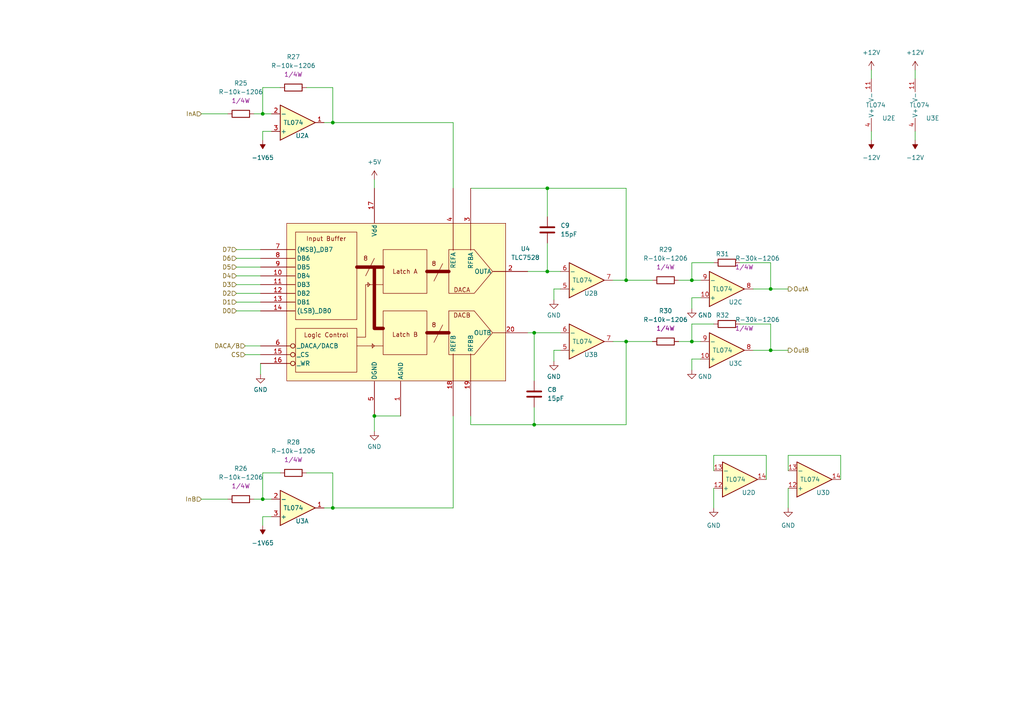
<source format=kicad_sch>
(kicad_sch (version 20211123) (generator eeschema)

  (uuid fe533738-38ee-4dd5-8b1a-e2670e53c1b5)

  (paper "A4")

  (lib_symbols
    (symbol "Device:C" (pin_numbers hide) (pin_names (offset 0.254)) (in_bom yes) (on_board yes)
      (property "Reference" "C" (id 0) (at 0.635 2.54 0)
        (effects (font (size 1.27 1.27)) (justify left))
      )
      (property "Value" "C" (id 1) (at 0.635 -2.54 0)
        (effects (font (size 1.27 1.27)) (justify left))
      )
      (property "Footprint" "" (id 2) (at 0.9652 -3.81 0)
        (effects (font (size 1.27 1.27)) hide)
      )
      (property "Datasheet" "~" (id 3) (at 0 0 0)
        (effects (font (size 1.27 1.27)) hide)
      )
      (property "ki_keywords" "cap capacitor" (id 4) (at 0 0 0)
        (effects (font (size 1.27 1.27)) hide)
      )
      (property "ki_description" "Unpolarized capacitor" (id 5) (at 0 0 0)
        (effects (font (size 1.27 1.27)) hide)
      )
      (property "ki_fp_filters" "C_*" (id 6) (at 0 0 0)
        (effects (font (size 1.27 1.27)) hide)
      )
      (symbol "C_0_1"
        (polyline
          (pts
            (xy -2.032 -0.762)
            (xy 2.032 -0.762)
          )
          (stroke (width 0.508) (type default) (color 0 0 0 0))
          (fill (type none))
        )
        (polyline
          (pts
            (xy -2.032 0.762)
            (xy 2.032 0.762)
          )
          (stroke (width 0.508) (type default) (color 0 0 0 0))
          (fill (type none))
        )
      )
      (symbol "C_1_1"
        (pin passive line (at 0 3.81 270) (length 2.794)
          (name "~" (effects (font (size 1.27 1.27))))
          (number "1" (effects (font (size 1.27 1.27))))
        )
        (pin passive line (at 0 -3.81 90) (length 2.794)
          (name "~" (effects (font (size 1.27 1.27))))
          (number "2" (effects (font (size 1.27 1.27))))
        )
      )
    )
    (symbol "eurorack:-1V65" (power) (pin_names (offset 0)) (in_bom yes) (on_board yes)
      (property "Reference" "#PWR" (id 0) (at 0 2.54 0)
        (effects (font (size 1.27 1.27)) hide)
      )
      (property "Value" "-1V65" (id 1) (at 0 3.81 0)
        (effects (font (size 1.27 1.27)))
      )
      (property "Footprint" "" (id 2) (at 0 0 0)
        (effects (font (size 1.27 1.27)) hide)
      )
      (property "Datasheet" "" (id 3) (at 0 0 0)
        (effects (font (size 1.27 1.27)) hide)
      )
      (property "ki_keywords" "power-flag" (id 4) (at 0 0 0)
        (effects (font (size 1.27 1.27)) hide)
      )
      (property "ki_description" "Power symbol creates a global label with name \"-1V65\"" (id 5) (at 0 0 0)
        (effects (font (size 1.27 1.27)) hide)
      )
      (symbol "-1V65_0_0"
        (pin power_in line (at 0 0 90) (length 0) hide
          (name "-1V65" (effects (font (size 1.27 1.27))))
          (number "1" (effects (font (size 1.27 1.27))))
        )
      )
      (symbol "-1V65_0_1"
        (polyline
          (pts
            (xy 0 0)
            (xy 0 1.27)
            (xy 0.762 1.27)
            (xy 0 2.54)
            (xy -0.762 1.27)
            (xy 0 1.27)
          )
          (stroke (width 0) (type default) (color 0 0 0 0))
          (fill (type outline))
        )
      )
    )
    (symbol "eurorack:R-10k-1206" (pin_numbers hide) (pin_names (offset 0)) (in_bom yes) (on_board yes)
      (property "Reference" "R" (id 0) (at 2.032 0 90)
        (effects (font (size 1.27 1.27)))
      )
      (property "Value" "R-10k-1206" (id 1) (at -2.54 0 90)
        (effects (font (size 1.27 1.27)))
      )
      (property "Footprint" "Resistor_SMD:R_1206_3216Metric_Pad1.30x1.75mm_HandSolder" (id 2) (at -1.778 0 90)
        (effects (font (size 1.27 1.27)) hide)
      )
      (property "Datasheet" "https://secure.reichelt.com/at/en/smd-chip-resistor-type-1206-10-k-ohm-smd-1-4w-10k-p18244.html?&nbc=1" (id 3) (at 0 0 0)
        (effects (font (size 1.27 1.27)) hide)
      )
      (property "P" "1/4W" (id 4) (at 0 0 0)
        (effects (font (size 1.27 1.27)))
      )
      (property "ki_keywords" "R res resistor" (id 5) (at 0 0 0)
        (effects (font (size 1.27 1.27)) hide)
      )
      (property "ki_description" "Resistor" (id 6) (at 0 0 0)
        (effects (font (size 1.27 1.27)) hide)
      )
      (property "ki_fp_filters" "R_*" (id 7) (at 0 0 0)
        (effects (font (size 1.27 1.27)) hide)
      )
      (symbol "R-10k-1206_0_1"
        (rectangle (start -1.016 -2.54) (end 1.016 2.54)
          (stroke (width 0.254) (type default) (color 0 0 0 0))
          (fill (type none))
        )
      )
      (symbol "R-10k-1206_1_1"
        (pin passive line (at 0 3.81 270) (length 1.27)
          (name "~" (effects (font (size 1.27 1.27))))
          (number "1" (effects (font (size 1.27 1.27))))
        )
        (pin passive line (at 0 -3.81 90) (length 1.27)
          (name "~" (effects (font (size 1.27 1.27))))
          (number "2" (effects (font (size 1.27 1.27))))
        )
      )
    )
    (symbol "eurorack:TL074" (pin_names (offset 0.127)) (in_bom yes) (on_board yes)
      (property "Reference" "U" (id 0) (at 0 5.08 0)
        (effects (font (size 1.27 1.27)) (justify left))
      )
      (property "Value" "TL074" (id 1) (at 0 -5.08 0)
        (effects (font (size 1.27 1.27)) (justify left))
      )
      (property "Footprint" "Package_SO:SO-14_5.3x10.2mm_P1.27mm" (id 2) (at -1.27 2.54 0)
        (effects (font (size 1.27 1.27)) hide)
      )
      (property "Datasheet" "https://cdn-reichelt.de/documents/datenblatt/A200/TL074%23STM.pdf" (id 3) (at 1.27 5.08 0)
        (effects (font (size 1.27 1.27)) hide)
      )
      (property "ki_locked" "" (id 4) (at 0 0 0)
        (effects (font (size 1.27 1.27)))
      )
      (property "ki_keywords" "quad opamp" (id 5) (at 0 0 0)
        (effects (font (size 1.27 1.27)) hide)
      )
      (property "ki_description" "Quad Low-Noise JFET-Input Operational Amplifiers, DIP-14/SOIC-14" (id 6) (at 0 0 0)
        (effects (font (size 1.27 1.27)) hide)
      )
      (property "ki_fp_filters" "SOIC*3.9x8.7mm*P1.27mm* DIP*W7.62mm* TSSOP*4.4x5mm*P0.65mm* SSOP*5.3x6.2mm*P0.65mm* MSOP*3x3mm*P0.5mm*" (id 7) (at 0 0 0)
        (effects (font (size 1.27 1.27)) hide)
      )
      (symbol "TL074_1_1"
        (polyline
          (pts
            (xy -5.08 5.08)
            (xy 5.08 0)
            (xy -5.08 -5.08)
            (xy -5.08 5.08)
          )
          (stroke (width 0.254) (type default) (color 0 0 0 0))
          (fill (type background))
        )
        (pin output line (at 7.62 0 180) (length 2.54)
          (name "~" (effects (font (size 1.27 1.27))))
          (number "1" (effects (font (size 1.27 1.27))))
        )
        (pin input line (at -7.62 -2.54 0) (length 2.54)
          (name "-" (effects (font (size 1.27 1.27))))
          (number "2" (effects (font (size 1.27 1.27))))
        )
        (pin input line (at -7.62 2.54 0) (length 2.54)
          (name "+" (effects (font (size 1.27 1.27))))
          (number "3" (effects (font (size 1.27 1.27))))
        )
      )
      (symbol "TL074_2_1"
        (polyline
          (pts
            (xy -5.08 5.08)
            (xy 5.08 0)
            (xy -5.08 -5.08)
            (xy -5.08 5.08)
          )
          (stroke (width 0.254) (type default) (color 0 0 0 0))
          (fill (type background))
        )
        (pin input line (at -7.62 2.54 0) (length 2.54)
          (name "+" (effects (font (size 1.27 1.27))))
          (number "5" (effects (font (size 1.27 1.27))))
        )
        (pin input line (at -7.62 -2.54 0) (length 2.54)
          (name "-" (effects (font (size 1.27 1.27))))
          (number "6" (effects (font (size 1.27 1.27))))
        )
        (pin output line (at 7.62 0 180) (length 2.54)
          (name "~" (effects (font (size 1.27 1.27))))
          (number "7" (effects (font (size 1.27 1.27))))
        )
      )
      (symbol "TL074_3_1"
        (polyline
          (pts
            (xy -5.08 5.08)
            (xy 5.08 0)
            (xy -5.08 -5.08)
            (xy -5.08 5.08)
          )
          (stroke (width 0.254) (type default) (color 0 0 0 0))
          (fill (type background))
        )
        (pin input line (at -7.62 2.54 0) (length 2.54)
          (name "+" (effects (font (size 1.27 1.27))))
          (number "10" (effects (font (size 1.27 1.27))))
        )
        (pin output line (at 7.62 0 180) (length 2.54)
          (name "~" (effects (font (size 1.27 1.27))))
          (number "8" (effects (font (size 1.27 1.27))))
        )
        (pin input line (at -7.62 -2.54 0) (length 2.54)
          (name "-" (effects (font (size 1.27 1.27))))
          (number "9" (effects (font (size 1.27 1.27))))
        )
      )
      (symbol "TL074_4_1"
        (polyline
          (pts
            (xy -5.08 5.08)
            (xy 5.08 0)
            (xy -5.08 -5.08)
            (xy -5.08 5.08)
          )
          (stroke (width 0.254) (type default) (color 0 0 0 0))
          (fill (type background))
        )
        (pin input line (at -7.62 2.54 0) (length 2.54)
          (name "+" (effects (font (size 1.27 1.27))))
          (number "12" (effects (font (size 1.27 1.27))))
        )
        (pin input line (at -7.62 -2.54 0) (length 2.54)
          (name "-" (effects (font (size 1.27 1.27))))
          (number "13" (effects (font (size 1.27 1.27))))
        )
        (pin output line (at 7.62 0 180) (length 2.54)
          (name "~" (effects (font (size 1.27 1.27))))
          (number "14" (effects (font (size 1.27 1.27))))
        )
      )
      (symbol "TL074_5_1"
        (pin power_in line (at -2.54 -7.62 90) (length 3.81)
          (name "V-" (effects (font (size 1.27 1.27))))
          (number "11" (effects (font (size 1.27 1.27))))
        )
        (pin power_in line (at -2.54 7.62 270) (length 3.81)
          (name "V+" (effects (font (size 1.27 1.27))))
          (number "4" (effects (font (size 1.27 1.27))))
        )
      )
    )
    (symbol "eurorack:TLC7528" (in_bom yes) (on_board yes)
      (property "Reference" "U" (id 0) (at 33.02 25.4 0)
        (effects (font (size 1.27 1.27)))
      )
      (property "Value" "TLC7528" (id 1) (at 0 0 0)
        (effects (font (size 1.27 1.27)))
      )
      (property "Footprint" "Package_SO:SOIC-20W_7.5x12.8mm_P1.27mm" (id 2) (at 0 0 0)
        (effects (font (size 1.27 1.27)) hide)
      )
      (property "Datasheet" "https://www.ti.com/lit/ds/symlink/tlc7528.pdf" (id 3) (at 0 0 0)
        (effects (font (size 1.27 1.27)) hide)
      )
      (symbol "TLC7528_0_0"
        (rectangle (start -33.02 22.86) (end 30.48 -22.86)
          (stroke (width 0) (type default) (color 0 0 0 0))
          (fill (type background))
        )
        (rectangle (start -30.48 -7.62) (end -12.7 -20.32)
          (stroke (width 0) (type default) (color 0 0 0 0))
          (fill (type none))
        )
        (rectangle (start -5.08 -2.54) (end 7.62 -15.24)
          (stroke (width 0) (type default) (color 0 0 0 0))
          (fill (type none))
        )
        (rectangle (start -5.08 15.24) (end 7.62 2.54)
          (stroke (width 0) (type default) (color 0 0 0 0))
          (fill (type none))
        )
        (polyline
          (pts
            (xy -12.7 -12.7)
            (xy -5.08 -12.7)
          )
          (stroke (width 0) (type default) (color 0 0 0 0))
          (fill (type none))
        )
        (polyline
          (pts
            (xy -12.7 10.16)
            (xy -5.08 10.16)
          )
          (stroke (width 1) (type default) (color 0 0 0 0))
          (fill (type none))
        )
        (polyline
          (pts
            (xy -10.16 7.62)
            (xy -7.62 12.7)
          )
          (stroke (width 0) (type default) (color 0 0 0 0))
          (fill (type none))
        )
        (polyline
          (pts
            (xy -8.89 5.08)
            (xy -9.525 4.445)
          )
          (stroke (width 0) (type default) (color 0 0 0 0))
          (fill (type none))
        )
        (polyline
          (pts
            (xy -7.62 -12.7)
            (xy -8.255 -12.065)
          )
          (stroke (width 0) (type default) (color 0 0 0 0))
          (fill (type none))
        )
        (polyline
          (pts
            (xy 7.62 -8.89)
            (xy 13.97 -8.89)
          )
          (stroke (width 1) (type default) (color 0 0 0 0))
          (fill (type none))
        )
        (polyline
          (pts
            (xy 7.62 8.89)
            (xy 13.97 8.89)
          )
          (stroke (width 1) (type default) (color 0 0 0 0))
          (fill (type none))
        )
        (polyline
          (pts
            (xy 9.652 -11.684)
            (xy 12.192 -6.604)
          )
          (stroke (width 0) (type default) (color 0 0 0 0))
          (fill (type none))
        )
        (polyline
          (pts
            (xy 9.652 6.096)
            (xy 12.192 11.176)
          )
          (stroke (width 0) (type default) (color 0 0 0 0))
          (fill (type none))
        )
        (polyline
          (pts
            (xy 13.97 -2.54)
            (xy 21.336 -2.54)
          )
          (stroke (width 0) (type default) (color 0 0 0 0))
          (fill (type none))
        )
        (polyline
          (pts
            (xy 13.97 15.24)
            (xy 21.336 15.24)
          )
          (stroke (width 0) (type default) (color 0 0 0 0))
          (fill (type none))
        )
        (polyline
          (pts
            (xy -8.89 5.08)
            (xy -9.525 5.715)
            (xy -9.525 4.445)
          )
          (stroke (width 0) (type default) (color 0 0 0 0))
          (fill (type none))
        )
        (polyline
          (pts
            (xy -7.62 -12.7)
            (xy -8.255 -13.335)
            (xy -8.255 -12.065)
          )
          (stroke (width 0) (type default) (color 0 0 0 0))
          (fill (type none))
        )
        (polyline
          (pts
            (xy -7.62 10.16)
            (xy -7.62 -7.62)
            (xy -5.08 -7.62)
          )
          (stroke (width 1) (type default) (color 0 0 0 0))
          (fill (type none))
        )
        (polyline
          (pts
            (xy -12.7 -10.16)
            (xy -10.16 -10.16)
            (xy -10.16 5.08)
            (xy -5.08 5.08)
          )
          (stroke (width 0) (type default) (color 0 0 0 0))
          (fill (type none))
        )
        (polyline
          (pts
            (xy 13.97 -2.54)
            (xy 13.97 -15.24)
            (xy 21.336 -15.24)
            (xy 26.67 -8.89)
            (xy 21.336 -2.54)
          )
          (stroke (width 0) (type default) (color 0 0 0 0))
          (fill (type none))
        )
        (polyline
          (pts
            (xy 13.97 15.24)
            (xy 13.97 2.54)
            (xy 21.336 2.54)
            (xy 26.67 8.89)
            (xy 21.336 15.24)
          )
          (stroke (width 0) (type default) (color 0 0 0 0))
          (fill (type none))
        )
        (text "8" (at -10.16 12.7 0)
          (effects (font (size 1.27 1.27)))
        )
        (text "8" (at 9.652 -6.604 0)
          (effects (font (size 1.27 1.27)))
        )
        (text "8" (at 9.652 11.176 0)
          (effects (font (size 1.27 1.27)))
        )
        (text "DACA" (at 17.78 3.556 0)
          (effects (font (size 1.27 1.27)))
        )
        (text "DACB" (at 17.78 -3.81 0)
          (effects (font (size 1.27 1.27)))
        )
        (text "Input Buffer" (at -21.59 18.415 0)
          (effects (font (size 1.27 1.27)))
        )
        (text "Latch A" (at 1.27 8.89 0)
          (effects (font (size 1.27 1.27)))
        )
        (text "Latch B" (at 1.27 -9.398 0)
          (effects (font (size 1.27 1.27)))
        )
        (text "Logic Control" (at -21.59 -9.525 0)
          (effects (font (size 1.27 1.27)))
        )
        (pin power_in line (at 0 -33.02 90) (length 10)
          (name "AGND" (effects (font (size 1.27 1.27))))
          (number "1" (effects (font (size 1.27 1.27))))
        )
        (pin input line (at -40.64 7.62 0) (length 10)
          (name "DB4" (effects (font (size 1.27 1.27))))
          (number "10" (effects (font (size 1.27 1.27))))
        )
        (pin input line (at -40.64 5.08 0) (length 10)
          (name "DB3" (effects (font (size 1.27 1.27))))
          (number "11" (effects (font (size 1.27 1.27))))
        )
        (pin input line (at -40.64 2.54 0) (length 10)
          (name "DB2" (effects (font (size 1.27 1.27))))
          (number "12" (effects (font (size 1.27 1.27))))
        )
        (pin input line (at -40.64 0 0) (length 10)
          (name "DB1" (effects (font (size 1.27 1.27))))
          (number "13" (effects (font (size 1.27 1.27))))
        )
        (pin input line (at -40.64 -2.54 0) (length 10)
          (name "(LSB)_DB0" (effects (font (size 1.27 1.27))))
          (number "14" (effects (font (size 1.27 1.27))))
        )
        (pin input inverted (at -40.64 -15.24 0) (length 10)
          (name "_CS" (effects (font (size 1.27 1.27))))
          (number "15" (effects (font (size 1.27 1.27))))
        )
        (pin input inverted (at -40.64 -17.78 0) (length 10)
          (name "_WR" (effects (font (size 1.27 1.27))))
          (number "16" (effects (font (size 1.27 1.27))))
        )
        (pin power_in line (at -7.62 33.02 270) (length 10)
          (name "Vdd" (effects (font (size 1.27 1.27))))
          (number "17" (effects (font (size 1.27 1.27))))
        )
        (pin input line (at 15.24 -33.02 90) (length 18)
          (name "REFB" (effects (font (size 1.27 1.27))))
          (number "18" (effects (font (size 1.27 1.27))))
        )
        (pin input line (at 20.32 -33.02 90) (length 18)
          (name "RFBB" (effects (font (size 1.27 1.27))))
          (number "19" (effects (font (size 1.27 1.27))))
        )
        (pin output line (at 36.83 8.89 180) (length 10)
          (name "OUTA" (effects (font (size 1.27 1.27))))
          (number "2" (effects (font (size 1.27 1.27))))
        )
        (pin output line (at 36.83 -8.89 180) (length 10)
          (name "OUTB" (effects (font (size 1.27 1.27))))
          (number "20" (effects (font (size 1.27 1.27))))
        )
        (pin input line (at 20.32 33.02 270) (length 18)
          (name "RFBA" (effects (font (size 1.27 1.27))))
          (number "3" (effects (font (size 1.27 1.27))))
        )
        (pin input line (at 15.24 33.02 270) (length 18)
          (name "REFA" (effects (font (size 1.27 1.27))))
          (number "4" (effects (font (size 1.27 1.27))))
        )
        (pin power_in line (at -7.62 -33.02 90) (length 10)
          (name "DGND" (effects (font (size 1.27 1.27))))
          (number "5" (effects (font (size 1.27 1.27))))
        )
        (pin input inverted (at -40.64 -12.7 0) (length 10)
          (name "_DACA/DACB" (effects (font (size 1.27 1.27))))
          (number "6" (effects (font (size 1.27 1.27))))
        )
        (pin input line (at -40.64 15.24 0) (length 10)
          (name "(MSB)_DB7" (effects (font (size 1.27 1.27))))
          (number "7" (effects (font (size 1.27 1.27))))
        )
        (pin input line (at -40.64 12.7 0) (length 10)
          (name "DB6" (effects (font (size 1.27 1.27))))
          (number "8" (effects (font (size 1.27 1.27))))
        )
        (pin input line (at -40.64 10.16 0) (length 10)
          (name "DB5" (effects (font (size 1.27 1.27))))
          (number "9" (effects (font (size 1.27 1.27))))
        )
      )
      (symbol "TLC7528_0_1"
        (rectangle (start -30.48 20.32) (end -12.7 -5.08)
          (stroke (width 0) (type default) (color 0 0 0 0))
          (fill (type none))
        )
      )
    )
    (symbol "power:+12V" (power) (pin_names (offset 0)) (in_bom yes) (on_board yes)
      (property "Reference" "#PWR" (id 0) (at 0 -3.81 0)
        (effects (font (size 1.27 1.27)) hide)
      )
      (property "Value" "+12V" (id 1) (at 0 3.556 0)
        (effects (font (size 1.27 1.27)))
      )
      (property "Footprint" "" (id 2) (at 0 0 0)
        (effects (font (size 1.27 1.27)) hide)
      )
      (property "Datasheet" "" (id 3) (at 0 0 0)
        (effects (font (size 1.27 1.27)) hide)
      )
      (property "ki_keywords" "power-flag" (id 4) (at 0 0 0)
        (effects (font (size 1.27 1.27)) hide)
      )
      (property "ki_description" "Power symbol creates a global label with name \"+12V\"" (id 5) (at 0 0 0)
        (effects (font (size 1.27 1.27)) hide)
      )
      (symbol "+12V_0_1"
        (polyline
          (pts
            (xy -0.762 1.27)
            (xy 0 2.54)
          )
          (stroke (width 0) (type default) (color 0 0 0 0))
          (fill (type none))
        )
        (polyline
          (pts
            (xy 0 0)
            (xy 0 2.54)
          )
          (stroke (width 0) (type default) (color 0 0 0 0))
          (fill (type none))
        )
        (polyline
          (pts
            (xy 0 2.54)
            (xy 0.762 1.27)
          )
          (stroke (width 0) (type default) (color 0 0 0 0))
          (fill (type none))
        )
      )
      (symbol "+12V_1_1"
        (pin power_in line (at 0 0 90) (length 0) hide
          (name "+12V" (effects (font (size 1.27 1.27))))
          (number "1" (effects (font (size 1.27 1.27))))
        )
      )
    )
    (symbol "power:+5V" (power) (pin_names (offset 0)) (in_bom yes) (on_board yes)
      (property "Reference" "#PWR" (id 0) (at 0 -3.81 0)
        (effects (font (size 1.27 1.27)) hide)
      )
      (property "Value" "+5V" (id 1) (at 0 3.556 0)
        (effects (font (size 1.27 1.27)))
      )
      (property "Footprint" "" (id 2) (at 0 0 0)
        (effects (font (size 1.27 1.27)) hide)
      )
      (property "Datasheet" "" (id 3) (at 0 0 0)
        (effects (font (size 1.27 1.27)) hide)
      )
      (property "ki_keywords" "power-flag" (id 4) (at 0 0 0)
        (effects (font (size 1.27 1.27)) hide)
      )
      (property "ki_description" "Power symbol creates a global label with name \"+5V\"" (id 5) (at 0 0 0)
        (effects (font (size 1.27 1.27)) hide)
      )
      (symbol "+5V_0_1"
        (polyline
          (pts
            (xy -0.762 1.27)
            (xy 0 2.54)
          )
          (stroke (width 0) (type default) (color 0 0 0 0))
          (fill (type none))
        )
        (polyline
          (pts
            (xy 0 0)
            (xy 0 2.54)
          )
          (stroke (width 0) (type default) (color 0 0 0 0))
          (fill (type none))
        )
        (polyline
          (pts
            (xy 0 2.54)
            (xy 0.762 1.27)
          )
          (stroke (width 0) (type default) (color 0 0 0 0))
          (fill (type none))
        )
      )
      (symbol "+5V_1_1"
        (pin power_in line (at 0 0 90) (length 0) hide
          (name "+5V" (effects (font (size 1.27 1.27))))
          (number "1" (effects (font (size 1.27 1.27))))
        )
      )
    )
    (symbol "power:-12V" (power) (pin_names (offset 0)) (in_bom yes) (on_board yes)
      (property "Reference" "#PWR" (id 0) (at 0 2.54 0)
        (effects (font (size 1.27 1.27)) hide)
      )
      (property "Value" "-12V" (id 1) (at 0 3.81 0)
        (effects (font (size 1.27 1.27)))
      )
      (property "Footprint" "" (id 2) (at 0 0 0)
        (effects (font (size 1.27 1.27)) hide)
      )
      (property "Datasheet" "" (id 3) (at 0 0 0)
        (effects (font (size 1.27 1.27)) hide)
      )
      (property "ki_keywords" "power-flag" (id 4) (at 0 0 0)
        (effects (font (size 1.27 1.27)) hide)
      )
      (property "ki_description" "Power symbol creates a global label with name \"-12V\"" (id 5) (at 0 0 0)
        (effects (font (size 1.27 1.27)) hide)
      )
      (symbol "-12V_0_0"
        (pin power_in line (at 0 0 90) (length 0) hide
          (name "-12V" (effects (font (size 1.27 1.27))))
          (number "1" (effects (font (size 1.27 1.27))))
        )
      )
      (symbol "-12V_0_1"
        (polyline
          (pts
            (xy 0 0)
            (xy 0 1.27)
            (xy 0.762 1.27)
            (xy 0 2.54)
            (xy -0.762 1.27)
            (xy 0 1.27)
          )
          (stroke (width 0) (type default) (color 0 0 0 0))
          (fill (type outline))
        )
      )
    )
    (symbol "power:GND" (power) (pin_names (offset 0)) (in_bom yes) (on_board yes)
      (property "Reference" "#PWR" (id 0) (at 0 -6.35 0)
        (effects (font (size 1.27 1.27)) hide)
      )
      (property "Value" "GND" (id 1) (at 0 -3.81 0)
        (effects (font (size 1.27 1.27)))
      )
      (property "Footprint" "" (id 2) (at 0 0 0)
        (effects (font (size 1.27 1.27)) hide)
      )
      (property "Datasheet" "" (id 3) (at 0 0 0)
        (effects (font (size 1.27 1.27)) hide)
      )
      (property "ki_keywords" "power-flag" (id 4) (at 0 0 0)
        (effects (font (size 1.27 1.27)) hide)
      )
      (property "ki_description" "Power symbol creates a global label with name \"GND\" , ground" (id 5) (at 0 0 0)
        (effects (font (size 1.27 1.27)) hide)
      )
      (symbol "GND_0_1"
        (polyline
          (pts
            (xy 0 0)
            (xy 0 -1.27)
            (xy 1.27 -1.27)
            (xy 0 -2.54)
            (xy -1.27 -1.27)
            (xy 0 -1.27)
          )
          (stroke (width 0) (type default) (color 0 0 0 0))
          (fill (type none))
        )
      )
      (symbol "GND_1_1"
        (pin power_in line (at 0 0 270) (length 0) hide
          (name "GND" (effects (font (size 1.27 1.27))))
          (number "1" (effects (font (size 1.27 1.27))))
        )
      )
    )
  )

  (junction (at 158.75 54.61) (diameter 0) (color 0 0 0 0)
    (uuid 05e95dcf-94b5-46f7-ae76-781ba7f7a267)
  )
  (junction (at 108.585 120.65) (diameter 0) (color 0 0 0 0)
    (uuid 6389fd86-b22e-4c72-83ae-2fcc4558e698)
  )
  (junction (at 96.52 35.56) (diameter 0) (color 0 0 0 0)
    (uuid 7637f3be-7ccc-46af-bc9f-cd12a4a5e8cd)
  )
  (junction (at 200.66 99.06) (diameter 0) (color 0 0 0 0)
    (uuid 7de4b5b9-718a-494e-94de-e5439be389cf)
  )
  (junction (at 158.75 78.74) (diameter 0) (color 0 0 0 0)
    (uuid 8c669f3f-5337-44cf-a834-fc188d2f0b09)
  )
  (junction (at 223.52 83.82) (diameter 0) (color 0 0 0 0)
    (uuid 8dada515-6c9c-49f7-b1e7-e27ad3e02ccf)
  )
  (junction (at 181.61 99.06) (diameter 0) (color 0 0 0 0)
    (uuid 8e9266eb-9c34-4def-8081-7de83fd11f95)
  )
  (junction (at 223.52 101.6) (diameter 0) (color 0 0 0 0)
    (uuid a50bcab2-7827-48d1-aa06-212622071879)
  )
  (junction (at 154.94 123.19) (diameter 0) (color 0 0 0 0)
    (uuid b2c96dc4-a77f-4f9a-923f-f41fa7925d87)
  )
  (junction (at 200.66 81.28) (diameter 0) (color 0 0 0 0)
    (uuid b47841fe-8693-4d0f-bab5-deb3654475d3)
  )
  (junction (at 76.2 144.78) (diameter 0) (color 0 0 0 0)
    (uuid bc811dbc-6192-4174-b14b-1ac4197676a7)
  )
  (junction (at 96.52 147.32) (diameter 0) (color 0 0 0 0)
    (uuid c4d69fae-c60b-407d-b801-efb658b88e86)
  )
  (junction (at 154.94 96.52) (diameter 0) (color 0 0 0 0)
    (uuid c6c21e30-4739-4c9b-9498-3ed05042efd6)
  )
  (junction (at 181.61 81.28) (diameter 0) (color 0 0 0 0)
    (uuid cc54ea15-4afb-4a40-9756-71b9624f615f)
  )
  (junction (at 76.2 33.02) (diameter 0) (color 0 0 0 0)
    (uuid fd0563c5-f72b-465b-b3bf-b4fa1d689878)
  )

  (wire (pts (xy 58.42 33.02) (xy 66.04 33.02))
    (stroke (width 0) (type default) (color 0 0 0 0))
    (uuid 037f25b0-52af-420f-9ca3-72a99a39df2b)
  )
  (wire (pts (xy 153.035 78.74) (xy 158.75 78.74))
    (stroke (width 0) (type default) (color 0 0 0 0))
    (uuid 0c6899da-97e5-44e8-b9a9-b5deb4ca412a)
  )
  (wire (pts (xy 252.73 38.1) (xy 252.73 40.64))
    (stroke (width 0) (type default) (color 0 0 0 0))
    (uuid 0c6e2281-94ba-4918-bfb2-744dac057c51)
  )
  (wire (pts (xy 196.85 81.28) (xy 200.66 81.28))
    (stroke (width 0) (type default) (color 0 0 0 0))
    (uuid 0d6e73ab-c6f5-41c2-99a8-97f0966e1821)
  )
  (wire (pts (xy 200.66 104.14) (xy 203.2 104.14))
    (stroke (width 0) (type default) (color 0 0 0 0))
    (uuid 135c3e62-2ead-4da8-97f9-7491eaa204dc)
  )
  (wire (pts (xy 228.6 141.605) (xy 228.6 147.32))
    (stroke (width 0) (type default) (color 0 0 0 0))
    (uuid 13b0e319-033d-4a75-bd6f-9117afd5893e)
  )
  (wire (pts (xy 68.58 82.55) (xy 75.565 82.55))
    (stroke (width 0) (type default) (color 0 0 0 0))
    (uuid 14db508f-d9cf-4f49-99d5-82d65f93723e)
  )
  (wire (pts (xy 68.58 87.63) (xy 75.565 87.63))
    (stroke (width 0) (type default) (color 0 0 0 0))
    (uuid 1795d8c1-9805-4274-b5f9-bc055ee91144)
  )
  (wire (pts (xy 96.52 147.32) (xy 93.98 147.32))
    (stroke (width 0) (type default) (color 0 0 0 0))
    (uuid 1c9149e9-1617-4a42-85d8-8627556b5456)
  )
  (wire (pts (xy 200.66 104.14) (xy 200.66 107.315))
    (stroke (width 0) (type default) (color 0 0 0 0))
    (uuid 1da6ec8c-ec9d-4d12-bc0a-1af252c8710e)
  )
  (wire (pts (xy 252.73 20.32) (xy 252.73 22.86))
    (stroke (width 0) (type default) (color 0 0 0 0))
    (uuid 1efc6c7a-99c4-40c4-94e9-8aa6a2db7374)
  )
  (wire (pts (xy 71.12 100.33) (xy 75.565 100.33))
    (stroke (width 0) (type default) (color 0 0 0 0))
    (uuid 20712e96-b08e-4b92-a3b2-d7345feeb406)
  )
  (wire (pts (xy 68.58 72.39) (xy 75.565 72.39))
    (stroke (width 0) (type default) (color 0 0 0 0))
    (uuid 27058d2e-6b22-401d-aaf0-8eca19e9f04a)
  )
  (wire (pts (xy 96.52 35.56) (xy 93.98 35.56))
    (stroke (width 0) (type default) (color 0 0 0 0))
    (uuid 288da9d0-7d6f-4a6f-9505-f3509f431892)
  )
  (wire (pts (xy 76.2 38.1) (xy 76.2 40.64))
    (stroke (width 0) (type default) (color 0 0 0 0))
    (uuid 2a62616d-40b2-4b9f-a3dd-464bda62ba21)
  )
  (wire (pts (xy 71.12 102.87) (xy 75.565 102.87))
    (stroke (width 0) (type default) (color 0 0 0 0))
    (uuid 2b19ecf3-8009-400f-8d81-1c8597cf7bbc)
  )
  (wire (pts (xy 214.63 93.98) (xy 223.52 93.98))
    (stroke (width 0) (type default) (color 0 0 0 0))
    (uuid 33685e61-d482-4cb8-b1eb-121341e2c2ff)
  )
  (wire (pts (xy 200.66 99.06) (xy 203.2 99.06))
    (stroke (width 0) (type default) (color 0 0 0 0))
    (uuid 35262c48-34d0-4e10-9b98-d50d55617f6d)
  )
  (wire (pts (xy 58.42 144.78) (xy 66.04 144.78))
    (stroke (width 0) (type default) (color 0 0 0 0))
    (uuid 38e59e9c-3083-4b33-beb2-75c61bb00b69)
  )
  (wire (pts (xy 68.58 85.09) (xy 75.565 85.09))
    (stroke (width 0) (type default) (color 0 0 0 0))
    (uuid 39ef8f0e-d902-4c0f-985f-77b795cb13eb)
  )
  (wire (pts (xy 200.66 81.28) (xy 200.66 76.2))
    (stroke (width 0) (type default) (color 0 0 0 0))
    (uuid 3b48fa47-309c-467c-a65d-dec461a7a4da)
  )
  (wire (pts (xy 181.61 54.61) (xy 181.61 81.28))
    (stroke (width 0) (type default) (color 0 0 0 0))
    (uuid 405273ca-19ff-47eb-8478-d0e7cfccc03d)
  )
  (wire (pts (xy 200.66 76.2) (xy 207.01 76.2))
    (stroke (width 0) (type default) (color 0 0 0 0))
    (uuid 4264fc45-96f9-4d43-a3a5-10e05174a4d9)
  )
  (wire (pts (xy 200.66 99.06) (xy 200.66 93.98))
    (stroke (width 0) (type default) (color 0 0 0 0))
    (uuid 42a173d6-a3be-42eb-920c-6c7198ea41fc)
  )
  (wire (pts (xy 265.43 38.1) (xy 265.43 40.64))
    (stroke (width 0) (type default) (color 0 0 0 0))
    (uuid 45af50f4-c22d-4aa8-a680-49a5644796f9)
  )
  (wire (pts (xy 73.66 33.02) (xy 76.2 33.02))
    (stroke (width 0) (type default) (color 0 0 0 0))
    (uuid 491b7a53-831c-4e3a-ae32-6aec78235d42)
  )
  (wire (pts (xy 200.66 86.36) (xy 203.2 86.36))
    (stroke (width 0) (type default) (color 0 0 0 0))
    (uuid 4eeef119-dbcc-4176-91b2-f56c26ced676)
  )
  (wire (pts (xy 218.44 83.82) (xy 223.52 83.82))
    (stroke (width 0) (type default) (color 0 0 0 0))
    (uuid 4f3b1bce-b10d-4a5f-ac1b-1fe0d84ad96e)
  )
  (wire (pts (xy 162.56 101.6) (xy 160.655 101.6))
    (stroke (width 0) (type default) (color 0 0 0 0))
    (uuid 4fad33db-cce3-44fe-9ec3-efd4064be104)
  )
  (wire (pts (xy 158.75 78.74) (xy 162.56 78.74))
    (stroke (width 0) (type default) (color 0 0 0 0))
    (uuid 50588da8-90f0-4c92-aafe-39de62e92f76)
  )
  (wire (pts (xy 108.585 120.65) (xy 108.585 125.095))
    (stroke (width 0) (type default) (color 0 0 0 0))
    (uuid 50909317-84b5-4df7-b96c-bb1150df8c70)
  )
  (wire (pts (xy 158.75 54.61) (xy 158.75 62.865))
    (stroke (width 0) (type default) (color 0 0 0 0))
    (uuid 5191fcd1-f005-4ef2-aeac-a07ba17ed76b)
  )
  (wire (pts (xy 76.2 144.78) (xy 78.74 144.78))
    (stroke (width 0) (type default) (color 0 0 0 0))
    (uuid 534e2f36-b569-4222-87ae-3f0fd3bf69da)
  )
  (wire (pts (xy 75.565 105.41) (xy 75.565 108.585))
    (stroke (width 0) (type default) (color 0 0 0 0))
    (uuid 59ad86c4-360f-4221-ac97-0763c14b063a)
  )
  (wire (pts (xy 223.52 83.82) (xy 228.6 83.82))
    (stroke (width 0) (type default) (color 0 0 0 0))
    (uuid 5a05e28d-ffae-43ec-8344-132288e5bbd7)
  )
  (wire (pts (xy 200.66 81.28) (xy 203.2 81.28))
    (stroke (width 0) (type default) (color 0 0 0 0))
    (uuid 5a9cbc44-c081-4841-a03f-3ba648fc89e2)
  )
  (wire (pts (xy 68.58 80.01) (xy 75.565 80.01))
    (stroke (width 0) (type default) (color 0 0 0 0))
    (uuid 62147b14-65e9-492d-9e45-93585ac19211)
  )
  (wire (pts (xy 76.2 149.86) (xy 76.2 152.4))
    (stroke (width 0) (type default) (color 0 0 0 0))
    (uuid 683298e4-669a-477a-96c4-5ba53cff92df)
  )
  (wire (pts (xy 158.75 70.485) (xy 158.75 78.74))
    (stroke (width 0) (type default) (color 0 0 0 0))
    (uuid 69760406-1efe-49d7-ae27-69bfc8171191)
  )
  (wire (pts (xy 181.61 99.06) (xy 177.8 99.06))
    (stroke (width 0) (type default) (color 0 0 0 0))
    (uuid 6d780ba5-a240-46dc-b0ed-c1bbbb1f8043)
  )
  (wire (pts (xy 228.6 132.08) (xy 243.84 132.08))
    (stroke (width 0) (type default) (color 0 0 0 0))
    (uuid 6f52ce04-d1de-4f53-8865-411d86b4ef12)
  )
  (wire (pts (xy 223.52 101.6) (xy 228.6 101.6))
    (stroke (width 0) (type default) (color 0 0 0 0))
    (uuid 715c5751-ac8b-402a-9d05-41cd9a11f6d3)
  )
  (wire (pts (xy 181.61 81.28) (xy 189.23 81.28))
    (stroke (width 0) (type default) (color 0 0 0 0))
    (uuid 729a857e-4381-4a55-9d80-aa2321843187)
  )
  (wire (pts (xy 136.525 54.61) (xy 158.75 54.61))
    (stroke (width 0) (type default) (color 0 0 0 0))
    (uuid 72a13574-a2da-4443-8753-5ca6e18ec09e)
  )
  (wire (pts (xy 96.52 137.16) (xy 96.52 147.32))
    (stroke (width 0) (type default) (color 0 0 0 0))
    (uuid 731e8a45-7aad-4b1e-8cf2-81ac4ff7c06a)
  )
  (wire (pts (xy 200.66 93.98) (xy 207.01 93.98))
    (stroke (width 0) (type default) (color 0 0 0 0))
    (uuid 7c34d00b-d9a5-4497-85f0-1a3631352ce9)
  )
  (wire (pts (xy 181.61 123.19) (xy 181.61 99.06))
    (stroke (width 0) (type default) (color 0 0 0 0))
    (uuid 7fbce0fb-07d2-41be-80c9-ffe7cedb9f56)
  )
  (wire (pts (xy 228.6 136.525) (xy 228.6 132.08))
    (stroke (width 0) (type default) (color 0 0 0 0))
    (uuid 7fc8628c-44ea-40f9-b2e2-a2d2d37eff2f)
  )
  (wire (pts (xy 207.01 136.525) (xy 207.01 132.08))
    (stroke (width 0) (type default) (color 0 0 0 0))
    (uuid 8186403f-94b0-45ca-bf40-7622d21b29a8)
  )
  (wire (pts (xy 218.44 101.6) (xy 223.52 101.6))
    (stroke (width 0) (type default) (color 0 0 0 0))
    (uuid 85864164-58bf-4dec-9005-2dcc3eb329bb)
  )
  (wire (pts (xy 108.585 120.65) (xy 116.205 120.65))
    (stroke (width 0) (type default) (color 0 0 0 0))
    (uuid 87782b1b-04e9-4cec-bbf5-2df6d1be2efa)
  )
  (wire (pts (xy 78.74 38.1) (xy 76.2 38.1))
    (stroke (width 0) (type default) (color 0 0 0 0))
    (uuid 88fdd2a8-0eec-4712-a1b7-489806cd2c3b)
  )
  (wire (pts (xy 160.655 101.6) (xy 160.655 104.775))
    (stroke (width 0) (type default) (color 0 0 0 0))
    (uuid 89831bf1-e389-43ee-881a-a9cdf9d179f3)
  )
  (wire (pts (xy 108.585 52.07) (xy 108.585 54.61))
    (stroke (width 0) (type default) (color 0 0 0 0))
    (uuid 8a009a11-d6eb-4d1a-8835-dbba3557b233)
  )
  (wire (pts (xy 222.25 132.08) (xy 222.25 139.065))
    (stroke (width 0) (type default) (color 0 0 0 0))
    (uuid 8b059d58-8627-4c91-9d89-ec9807e3569b)
  )
  (wire (pts (xy 76.2 33.02) (xy 78.74 33.02))
    (stroke (width 0) (type default) (color 0 0 0 0))
    (uuid 8b28cbd2-d49a-4e59-9b8e-897b674a491f)
  )
  (wire (pts (xy 223.52 76.2) (xy 223.52 83.82))
    (stroke (width 0) (type default) (color 0 0 0 0))
    (uuid 8d0e60d2-ed4c-4f25-9fd3-72096a91ebb9)
  )
  (wire (pts (xy 68.58 77.47) (xy 75.565 77.47))
    (stroke (width 0) (type default) (color 0 0 0 0))
    (uuid 8e5d3554-08c8-43f5-97f3-d16696a2343b)
  )
  (wire (pts (xy 88.9 25.4) (xy 96.52 25.4))
    (stroke (width 0) (type default) (color 0 0 0 0))
    (uuid 926131d9-e14f-457b-b3c8-bd52cedacdd3)
  )
  (wire (pts (xy 196.85 99.06) (xy 200.66 99.06))
    (stroke (width 0) (type default) (color 0 0 0 0))
    (uuid 98ac9561-d6fe-4ad3-8e56-e51657c881ba)
  )
  (wire (pts (xy 76.2 137.16) (xy 76.2 144.78))
    (stroke (width 0) (type default) (color 0 0 0 0))
    (uuid 9f0271b0-c482-4643-b779-d7a3ceeac519)
  )
  (wire (pts (xy 154.94 96.52) (xy 154.94 110.49))
    (stroke (width 0) (type default) (color 0 0 0 0))
    (uuid a0379a24-8698-4c16-ace8-bb8ed0b2179d)
  )
  (wire (pts (xy 214.63 76.2) (xy 223.52 76.2))
    (stroke (width 0) (type default) (color 0 0 0 0))
    (uuid a1553a74-da95-499e-985c-60188d3519d1)
  )
  (wire (pts (xy 207.01 132.08) (xy 222.25 132.08))
    (stroke (width 0) (type default) (color 0 0 0 0))
    (uuid a1b10966-e81c-4b2b-87b2-fe39de96454a)
  )
  (wire (pts (xy 207.01 141.605) (xy 207.01 147.32))
    (stroke (width 0) (type default) (color 0 0 0 0))
    (uuid a1f44a66-5a2a-4d8b-9758-18f4c75bae4f)
  )
  (wire (pts (xy 96.52 147.32) (xy 131.445 147.32))
    (stroke (width 0) (type default) (color 0 0 0 0))
    (uuid a2f856f7-3828-4f92-b69d-4ef605df402d)
  )
  (wire (pts (xy 131.445 35.56) (xy 131.445 54.61))
    (stroke (width 0) (type default) (color 0 0 0 0))
    (uuid a31f7a5a-c868-4eec-a619-0b612c80d661)
  )
  (wire (pts (xy 81.28 25.4) (xy 76.2 25.4))
    (stroke (width 0) (type default) (color 0 0 0 0))
    (uuid a3c00503-fdf3-464c-8673-92498acf6008)
  )
  (wire (pts (xy 88.9 137.16) (xy 96.52 137.16))
    (stroke (width 0) (type default) (color 0 0 0 0))
    (uuid a8da7228-93d3-4bba-a320-637d65d3556d)
  )
  (wire (pts (xy 68.58 90.17) (xy 75.565 90.17))
    (stroke (width 0) (type default) (color 0 0 0 0))
    (uuid a8f21c8a-d564-4957-b875-0d6427226dbf)
  )
  (wire (pts (xy 154.94 96.52) (xy 162.56 96.52))
    (stroke (width 0) (type default) (color 0 0 0 0))
    (uuid a9f6ec65-0d7f-42e1-bef5-f5fafd64942c)
  )
  (wire (pts (xy 76.2 25.4) (xy 76.2 33.02))
    (stroke (width 0) (type default) (color 0 0 0 0))
    (uuid ac149df1-6a3d-496a-bc27-ba3a1712e41f)
  )
  (wire (pts (xy 177.8 81.28) (xy 181.61 81.28))
    (stroke (width 0) (type default) (color 0 0 0 0))
    (uuid adfd3d61-0fe8-49b5-93d6-3ecea3caa342)
  )
  (wire (pts (xy 200.66 86.36) (xy 200.66 89.535))
    (stroke (width 0) (type default) (color 0 0 0 0))
    (uuid bac6b62a-e22d-4003-9e62-ceb918b8c340)
  )
  (wire (pts (xy 73.66 144.78) (xy 76.2 144.78))
    (stroke (width 0) (type default) (color 0 0 0 0))
    (uuid c7713632-9289-4ac6-b0a3-bdfbce1013bf)
  )
  (wire (pts (xy 158.75 54.61) (xy 181.61 54.61))
    (stroke (width 0) (type default) (color 0 0 0 0))
    (uuid cd57ebdd-756e-4708-a0f4-1cd7c653cee5)
  )
  (wire (pts (xy 96.52 35.56) (xy 131.445 35.56))
    (stroke (width 0) (type default) (color 0 0 0 0))
    (uuid d25c94a8-0451-4554-bb87-7790b9d5c68d)
  )
  (wire (pts (xy 243.84 132.08) (xy 243.84 139.065))
    (stroke (width 0) (type default) (color 0 0 0 0))
    (uuid d4efbeac-7378-476b-a7b9-9bed54a45a0c)
  )
  (wire (pts (xy 154.94 123.19) (xy 181.61 123.19))
    (stroke (width 0) (type default) (color 0 0 0 0))
    (uuid da503909-14c4-4665-9384-d2af2e4400d6)
  )
  (wire (pts (xy 154.94 118.11) (xy 154.94 123.19))
    (stroke (width 0) (type default) (color 0 0 0 0))
    (uuid dcd284d2-a8d5-42fe-810e-45228cdd4e39)
  )
  (wire (pts (xy 223.52 93.98) (xy 223.52 101.6))
    (stroke (width 0) (type default) (color 0 0 0 0))
    (uuid df087363-5f5d-49e6-af49-5faba4c8ee29)
  )
  (wire (pts (xy 131.445 120.65) (xy 131.445 147.32))
    (stroke (width 0) (type default) (color 0 0 0 0))
    (uuid e27e679e-772c-4fb5-865e-8006f0545421)
  )
  (wire (pts (xy 153.035 96.52) (xy 154.94 96.52))
    (stroke (width 0) (type default) (color 0 0 0 0))
    (uuid e5d3570f-70d2-4dcb-8a26-2e8b7d7317c4)
  )
  (wire (pts (xy 181.61 99.06) (xy 189.23 99.06))
    (stroke (width 0) (type default) (color 0 0 0 0))
    (uuid e5dafd33-88c1-4f6b-8979-f94ce2a85181)
  )
  (wire (pts (xy 162.56 83.82) (xy 160.655 83.82))
    (stroke (width 0) (type default) (color 0 0 0 0))
    (uuid ee5a10bf-6f81-4c7c-8836-13104c44bdf3)
  )
  (wire (pts (xy 81.28 137.16) (xy 76.2 137.16))
    (stroke (width 0) (type default) (color 0 0 0 0))
    (uuid f363fe6a-e589-47ca-9d43-50a0b1a8b67e)
  )
  (wire (pts (xy 265.43 20.32) (xy 265.43 22.86))
    (stroke (width 0) (type default) (color 0 0 0 0))
    (uuid f591a141-f8e1-4a12-839a-5559c441708d)
  )
  (wire (pts (xy 136.525 120.65) (xy 136.525 123.19))
    (stroke (width 0) (type default) (color 0 0 0 0))
    (uuid f60895f3-5f76-44b1-b223-cc5a6b6de695)
  )
  (wire (pts (xy 68.58 74.93) (xy 75.565 74.93))
    (stroke (width 0) (type default) (color 0 0 0 0))
    (uuid f71b5c82-51fa-416d-8d9a-295435fe7596)
  )
  (wire (pts (xy 78.74 149.86) (xy 76.2 149.86))
    (stroke (width 0) (type default) (color 0 0 0 0))
    (uuid f7f2c5d3-8415-4d3b-8dc2-2d5e06528ac1)
  )
  (wire (pts (xy 136.525 123.19) (xy 154.94 123.19))
    (stroke (width 0) (type default) (color 0 0 0 0))
    (uuid fb6043fe-13a8-4a05-b493-a13a743a806e)
  )
  (wire (pts (xy 96.52 25.4) (xy 96.52 35.56))
    (stroke (width 0) (type default) (color 0 0 0 0))
    (uuid fc189858-fd39-4ebc-9b7b-5a41b8face8c)
  )
  (wire (pts (xy 160.655 83.82) (xy 160.655 86.995))
    (stroke (width 0) (type default) (color 0 0 0 0))
    (uuid fc54df4b-a4a3-466c-a123-ff2281dc0e46)
  )

  (hierarchical_label "CS" (shape input) (at 71.12 102.87 180)
    (effects (font (size 1.27 1.27)) (justify right))
    (uuid 1c3c330a-9029-4dd4-9d45-4c32bf9f0b8b)
  )
  (hierarchical_label "D3" (shape input) (at 68.58 82.55 180)
    (effects (font (size 1.27 1.27)) (justify right))
    (uuid 3272f56a-f32d-4529-a952-d72389986804)
  )
  (hierarchical_label "D0" (shape input) (at 68.58 90.17 180)
    (effects (font (size 1.27 1.27)) (justify right))
    (uuid 46c4110f-62f2-45a0-bbd6-b37e7960f1b8)
  )
  (hierarchical_label "D7" (shape input) (at 68.58 72.39 180)
    (effects (font (size 1.27 1.27)) (justify right))
    (uuid 546bb975-a76a-4185-9818-78a5dd91d8b5)
  )
  (hierarchical_label "D1" (shape input) (at 68.58 87.63 180)
    (effects (font (size 1.27 1.27)) (justify right))
    (uuid 563d7cb0-9af0-4acf-b578-5c3b7da29b83)
  )
  (hierarchical_label "D4" (shape input) (at 68.58 80.01 180)
    (effects (font (size 1.27 1.27)) (justify right))
    (uuid 5af976f5-a778-41f9-b108-f11a5c1d524b)
  )
  (hierarchical_label "OutB" (shape output) (at 228.6 101.6 0)
    (effects (font (size 1.27 1.27)) (justify left))
    (uuid 65ac48c1-b351-48f6-a757-23b6f59322db)
  )
  (hierarchical_label "DACA{slash}B" (shape input) (at 71.12 100.33 180)
    (effects (font (size 1.27 1.27)) (justify right))
    (uuid 7326d5d8-6680-4437-8840-9e975f639d91)
  )
  (hierarchical_label "D5" (shape input) (at 68.58 77.47 180)
    (effects (font (size 1.27 1.27)) (justify right))
    (uuid a4ff33a2-e66f-42d0-a068-52d58e556b91)
  )
  (hierarchical_label "InB" (shape input) (at 58.42 144.78 180)
    (effects (font (size 1.27 1.27)) (justify right))
    (uuid cb28c2d5-5789-4cd8-a211-4674bc15b428)
  )
  (hierarchical_label "OutA" (shape output) (at 228.6 83.82 0)
    (effects (font (size 1.27 1.27)) (justify left))
    (uuid d4487b78-ffe5-446d-b046-d04e2ba831fb)
  )
  (hierarchical_label "InA" (shape input) (at 58.42 33.02 180)
    (effects (font (size 1.27 1.27)) (justify right))
    (uuid e3ba76a9-87e7-47b1-a172-2c23d2a87816)
  )
  (hierarchical_label "D6" (shape input) (at 68.58 74.93 180)
    (effects (font (size 1.27 1.27)) (justify right))
    (uuid ea3ed845-e1a7-4b14-a0e3-0c0cba9904ef)
  )
  (hierarchical_label "D2" (shape input) (at 68.58 85.09 180)
    (effects (font (size 1.27 1.27)) (justify right))
    (uuid f90bf6aa-3464-4565-a1e4-02b72375eb0d)
  )

  (symbol (lib_id "eurorack:-1V65") (at 76.2 40.64 180) (unit 1)
    (in_bom yes) (on_board yes) (fields_autoplaced)
    (uuid 032a6cd1-67f0-4692-a784-74d5f8209d9a)
    (property "Reference" "#PWR021" (id 0) (at 76.2 43.18 0)
      (effects (font (size 1.27 1.27)) hide)
    )
    (property "Value" "-1V65" (id 1) (at 76.2 45.72 0))
    (property "Footprint" "" (id 2) (at 76.2 40.64 0)
      (effects (font (size 1.27 1.27)) hide)
    )
    (property "Datasheet" "" (id 3) (at 76.2 40.64 0)
      (effects (font (size 1.27 1.27)) hide)
    )
    (pin "1" (uuid 0145a5b4-2fec-42ab-aa82-0fc2d814800e))
  )

  (symbol (lib_id "eurorack:R-10k-1206") (at 69.85 33.02 90) (unit 1)
    (in_bom yes) (on_board yes) (fields_autoplaced)
    (uuid 0a2ade53-aacf-4650-b4d8-87c5d3442fa5)
    (property "Reference" "R25" (id 0) (at 69.85 24.13 90))
    (property "Value" "R-10k-1206" (id 1) (at 69.85 26.67 90))
    (property "Footprint" "Resistor_SMD:R_1206_3216Metric_Pad1.30x1.75mm_HandSolder" (id 2) (at 69.85 34.798 90)
      (effects (font (size 1.27 1.27)) hide)
    )
    (property "Datasheet" "https://secure.reichelt.com/at/en/smd-chip-resistor-type-1206-10-k-ohm-smd-1-4w-10k-p18244.html?&nbc=1" (id 3) (at 69.85 33.02 0)
      (effects (font (size 1.27 1.27)) hide)
    )
    (property "P" "1/4W" (id 4) (at 69.85 29.21 90))
    (pin "1" (uuid a70bb123-7722-4fe7-9b64-a6f85507cb3d))
    (pin "2" (uuid 095015ad-99e4-4971-afe2-786e780b05e9))
  )

  (symbol (lib_id "eurorack:R-10k-1206") (at 85.09 137.16 90) (unit 1)
    (in_bom yes) (on_board yes) (fields_autoplaced)
    (uuid 1a14fa11-dbc5-4113-8fc0-e85ba4c4320e)
    (property "Reference" "R28" (id 0) (at 85.09 128.27 90))
    (property "Value" "R-10k-1206" (id 1) (at 85.09 130.81 90))
    (property "Footprint" "Resistor_SMD:R_1206_3216Metric_Pad1.30x1.75mm_HandSolder" (id 2) (at 85.09 138.938 90)
      (effects (font (size 1.27 1.27)) hide)
    )
    (property "Datasheet" "https://secure.reichelt.com/at/en/smd-chip-resistor-type-1206-10-k-ohm-smd-1-4w-10k-p18244.html?&nbc=1" (id 3) (at 85.09 137.16 0)
      (effects (font (size 1.27 1.27)) hide)
    )
    (property "P" "1/4W" (id 4) (at 85.09 133.35 90))
    (pin "1" (uuid 8482082d-272e-4638-a511-356f5797414d))
    (pin "2" (uuid 0b5b9053-67e9-4db0-b28f-ce35b1ecc691))
  )

  (symbol (lib_id "power:GND") (at 228.6 147.32 0) (unit 1)
    (in_bom yes) (on_board yes) (fields_autoplaced)
    (uuid 1a2d3d38-8f42-4218-aa0d-a0b23b2ffc99)
    (property "Reference" "#PWR030" (id 0) (at 228.6 153.67 0)
      (effects (font (size 1.27 1.27)) hide)
    )
    (property "Value" "GND" (id 1) (at 228.6 152.4 0))
    (property "Footprint" "" (id 2) (at 228.6 147.32 0)
      (effects (font (size 1.27 1.27)) hide)
    )
    (property "Datasheet" "" (id 3) (at 228.6 147.32 0)
      (effects (font (size 1.27 1.27)) hide)
    )
    (pin "1" (uuid 133f2ebb-52bb-4e4c-8ee3-90e1d44e864e))
  )

  (symbol (lib_id "eurorack:R-10k-1206") (at 69.85 144.78 90) (unit 1)
    (in_bom yes) (on_board yes) (fields_autoplaced)
    (uuid 1b032faa-107a-4fb5-b57e-af4102fa1a59)
    (property "Reference" "R26" (id 0) (at 69.85 135.89 90))
    (property "Value" "R-10k-1206" (id 1) (at 69.85 138.43 90))
    (property "Footprint" "Resistor_SMD:R_1206_3216Metric_Pad1.30x1.75mm_HandSolder" (id 2) (at 69.85 146.558 90)
      (effects (font (size 1.27 1.27)) hide)
    )
    (property "Datasheet" "https://secure.reichelt.com/at/en/smd-chip-resistor-type-1206-10-k-ohm-smd-1-4w-10k-p18244.html?&nbc=1" (id 3) (at 69.85 144.78 0)
      (effects (font (size 1.27 1.27)) hide)
    )
    (property "P" "1/4W" (id 4) (at 69.85 140.97 90))
    (pin "1" (uuid 087820ce-a852-4a6a-aafb-9e4268deaada))
    (pin "2" (uuid 54235340-8eda-4f91-b6e2-53320147b515))
  )

  (symbol (lib_id "power:GND") (at 200.66 107.315 0) (unit 1)
    (in_bom yes) (on_board yes)
    (uuid 2001d73a-3e10-4609-95f3-5bd9fd07186a)
    (property "Reference" "#PWR028" (id 0) (at 200.66 113.665 0)
      (effects (font (size 1.27 1.27)) hide)
    )
    (property "Value" "GND" (id 1) (at 204.47 109.22 0))
    (property "Footprint" "" (id 2) (at 200.66 107.315 0)
      (effects (font (size 1.27 1.27)) hide)
    )
    (property "Datasheet" "" (id 3) (at 200.66 107.315 0)
      (effects (font (size 1.27 1.27)) hide)
    )
    (pin "1" (uuid c9ff701a-5513-4e1b-8758-73f7ec857964))
  )

  (symbol (lib_id "eurorack:TL074") (at 236.22 139.065 0) (mirror x) (unit 4)
    (in_bom yes) (on_board yes)
    (uuid 27d08610-d7ec-4288-bd37-9cc33ed4c770)
    (property "Reference" "U3" (id 0) (at 238.76 142.875 0))
    (property "Value" "TL074" (id 1) (at 234.95 139.065 0))
    (property "Footprint" "Package_SO:SO-14_5.3x10.2mm_P1.27mm" (id 2) (at 234.95 141.605 0)
      (effects (font (size 1.27 1.27)) hide)
    )
    (property "Datasheet" "https://cdn-reichelt.de/documents/datenblatt/A200/TL074%23STM.pdf" (id 3) (at 237.49 144.145 0)
      (effects (font (size 1.27 1.27)) hide)
    )
    (pin "1" (uuid 373e67ab-95b4-466f-bae5-e27dce420df8))
    (pin "2" (uuid 394aabe0-9c6e-4257-8078-80427696f1ee))
    (pin "3" (uuid 929551dd-2d8e-4149-805d-1956557ac620))
    (pin "5" (uuid be2fc88f-5979-44c3-a994-bf048788461a))
    (pin "6" (uuid 97f0063d-ae7e-4681-a8b4-45651fc70de5))
    (pin "7" (uuid 05c1b81d-a28c-41fa-a09b-5737bf964eff))
    (pin "10" (uuid 38d4978b-6d96-4eb4-ae85-87fe5c2537c7))
    (pin "8" (uuid dec80a3f-daaf-479a-8e53-89e14d745285))
    (pin "9" (uuid dc2ae4c3-be4a-4eba-8062-9498c2f9bd42))
    (pin "12" (uuid 42a70ca2-c5ff-4ac8-9c6c-5d82ae0f8d7d))
    (pin "13" (uuid 8bab7e86-7858-43a3-a03a-199f30e7477e))
    (pin "14" (uuid b48feb4c-7e33-42cd-88a2-1f30614202de))
    (pin "11" (uuid 70ca7225-9e04-42a8-aa3f-2fbd7b77a929))
    (pin "4" (uuid 0f507c25-3b5f-4c68-9618-2f97bc06bf80))
  )

  (symbol (lib_id "eurorack:-1V65") (at 76.2 152.4 180) (unit 1)
    (in_bom yes) (on_board yes) (fields_autoplaced)
    (uuid 300f85ea-2d7b-4ea1-8372-037181ebcbc5)
    (property "Reference" "#PWR022" (id 0) (at 76.2 154.94 0)
      (effects (font (size 1.27 1.27)) hide)
    )
    (property "Value" "-1V65" (id 1) (at 76.2 157.48 0))
    (property "Footprint" "" (id 2) (at 76.2 152.4 0)
      (effects (font (size 1.27 1.27)) hide)
    )
    (property "Datasheet" "" (id 3) (at 76.2 152.4 0)
      (effects (font (size 1.27 1.27)) hide)
    )
    (pin "1" (uuid a708cf5d-cdb9-41a9-b8cb-aa9f61504936))
  )

  (symbol (lib_id "eurorack:TL074") (at 267.97 30.48 0) (mirror x) (unit 5)
    (in_bom yes) (on_board yes)
    (uuid 3bce5a47-27ae-4dfd-b81b-26eada3f91a5)
    (property "Reference" "U3" (id 0) (at 270.51 34.29 0))
    (property "Value" "TL074" (id 1) (at 266.7 30.48 0))
    (property "Footprint" "Package_SO:SO-14_5.3x10.2mm_P1.27mm" (id 2) (at 266.7 33.02 0)
      (effects (font (size 1.27 1.27)) hide)
    )
    (property "Datasheet" "https://cdn-reichelt.de/documents/datenblatt/A200/TL074%23STM.pdf" (id 3) (at 269.24 35.56 0)
      (effects (font (size 1.27 1.27)) hide)
    )
    (pin "1" (uuid da7428b6-c232-49d4-b555-a832263807ba))
    (pin "2" (uuid 2713c8a0-0428-4e8b-8272-ade36497572a))
    (pin "3" (uuid 5e9d12df-d94b-4793-bba7-49b160bb789e))
    (pin "5" (uuid 9f8584e1-5373-49f0-aa8a-8adcb7242e09))
    (pin "6" (uuid 79d696f6-c258-46f4-a567-a9873459f088))
    (pin "7" (uuid fb2b01b5-4cec-445b-8bcd-3434a0b7e5a2))
    (pin "10" (uuid 7b8c8073-b845-4a65-ae7f-103625cdad0c))
    (pin "8" (uuid c7117456-b227-4342-b4c2-9b038ff0f25b))
    (pin "9" (uuid 1d8e8894-8c2b-4c76-8789-4b1434944048))
    (pin "12" (uuid eec37793-c5c2-418c-b2b0-4fa6f07c28ea))
    (pin "13" (uuid a53a2f3b-3bf5-4fbc-80c6-bf94b9cf7626))
    (pin "14" (uuid 7e4d7059-3f77-4fec-9d4b-10e681c1644a))
    (pin "11" (uuid 4a095e50-da1f-49f8-bc3c-aaa88556efa2))
    (pin "4" (uuid 8e2be7af-11d1-4704-a6e2-ab8a68589c6c))
  )

  (symbol (lib_id "power:GND") (at 108.585 125.095 0) (unit 1)
    (in_bom yes) (on_board yes) (fields_autoplaced)
    (uuid 3ed5a7ab-c447-4f8a-9d86-10e32a47aee9)
    (property "Reference" "#PWR024" (id 0) (at 108.585 131.445 0)
      (effects (font (size 1.27 1.27)) hide)
    )
    (property "Value" "GND" (id 1) (at 108.585 129.54 0))
    (property "Footprint" "" (id 2) (at 108.585 125.095 0)
      (effects (font (size 1.27 1.27)) hide)
    )
    (property "Datasheet" "" (id 3) (at 108.585 125.095 0)
      (effects (font (size 1.27 1.27)) hide)
    )
    (pin "1" (uuid f04495d7-fdca-42b7-8214-80c4a0734723))
  )

  (symbol (lib_id "power:+12V") (at 252.73 20.32 0) (unit 1)
    (in_bom yes) (on_board yes) (fields_autoplaced)
    (uuid 54e225ef-b202-4e66-8024-144ae23d3417)
    (property "Reference" "#PWR031" (id 0) (at 252.73 24.13 0)
      (effects (font (size 1.27 1.27)) hide)
    )
    (property "Value" "+12V" (id 1) (at 252.73 15.24 0))
    (property "Footprint" "" (id 2) (at 252.73 20.32 0)
      (effects (font (size 1.27 1.27)) hide)
    )
    (property "Datasheet" "" (id 3) (at 252.73 20.32 0)
      (effects (font (size 1.27 1.27)) hide)
    )
    (pin "1" (uuid ddc5853d-0156-4b70-8e56-4d6b98d75069))
  )

  (symbol (lib_id "eurorack:TL074") (at 255.27 30.48 0) (mirror x) (unit 5)
    (in_bom yes) (on_board yes)
    (uuid 56fb4ad4-5676-46d1-933a-e2bf013598f7)
    (property "Reference" "U2" (id 0) (at 257.81 34.29 0))
    (property "Value" "TL074" (id 1) (at 254 30.48 0))
    (property "Footprint" "Package_SO:SO-14_5.3x10.2mm_P1.27mm" (id 2) (at 254 33.02 0)
      (effects (font (size 1.27 1.27)) hide)
    )
    (property "Datasheet" "https://cdn-reichelt.de/documents/datenblatt/A200/TL074%23STM.pdf" (id 3) (at 256.54 35.56 0)
      (effects (font (size 1.27 1.27)) hide)
    )
    (pin "1" (uuid 63346cde-10b6-4885-8289-489f5536fefa))
    (pin "2" (uuid 968d1f03-57e1-448f-8608-2b893d2eae42))
    (pin "3" (uuid 5ef3ccf5-0a34-4f2b-beea-0558346b5b2b))
    (pin "5" (uuid 5e45f45a-a334-4a8a-a1d8-70352655e9f3))
    (pin "6" (uuid 2c52ea36-0ce4-446d-996f-a8b78a12e13a))
    (pin "7" (uuid 0c6b1474-3a82-4c34-8940-1333c35de8a5))
    (pin "10" (uuid b951f301-bd10-4eb8-bab9-45c946f3b573))
    (pin "8" (uuid cafd1960-e59f-4fdd-89a0-02c79b937717))
    (pin "9" (uuid 8426a05e-d4f9-413d-886c-bfbeca2370ec))
    (pin "12" (uuid 1457fb5b-8b4c-4a9c-898d-7ca188b702f0))
    (pin "13" (uuid 53dc18a8-28de-4538-990e-2d3358a79d6f))
    (pin "14" (uuid c48dbdeb-eff6-4e05-8373-da7709af1e1d))
    (pin "11" (uuid 336e9f1a-271c-4b44-9b31-159c229b5f30))
    (pin "4" (uuid 1686c2a6-9924-49cf-b182-fa049ba7f8f1))
  )

  (symbol (lib_id "eurorack:R-10k-1206") (at 193.04 99.06 90) (unit 1)
    (in_bom yes) (on_board yes) (fields_autoplaced)
    (uuid 581a56d2-0f0b-447a-9616-d7a2d7c5edd5)
    (property "Reference" "R30" (id 0) (at 193.04 90.17 90))
    (property "Value" "R-10k-1206" (id 1) (at 193.04 92.71 90))
    (property "Footprint" "Resistor_SMD:R_1206_3216Metric_Pad1.30x1.75mm_HandSolder" (id 2) (at 193.04 100.838 90)
      (effects (font (size 1.27 1.27)) hide)
    )
    (property "Datasheet" "https://secure.reichelt.com/at/en/smd-chip-resistor-type-1206-10-k-ohm-smd-1-4w-10k-p18244.html?&nbc=1" (id 3) (at 193.04 99.06 0)
      (effects (font (size 1.27 1.27)) hide)
    )
    (property "P" "1/4W" (id 4) (at 193.04 95.25 90))
    (pin "1" (uuid d9e2a29d-bf6d-4d77-9406-89d2eb68cd8c))
    (pin "2" (uuid ab206e67-9c64-4666-b7f9-54c08cfce4cf))
  )

  (symbol (lib_id "eurorack:TL074") (at 86.36 35.56 0) (mirror x) (unit 1)
    (in_bom yes) (on_board yes)
    (uuid 625692b3-397e-4a07-96dc-ff0ffd9fa516)
    (property "Reference" "U2" (id 0) (at 87.63 39.37 0))
    (property "Value" "TL074" (id 1) (at 85.09 35.56 0))
    (property "Footprint" "Package_SO:SO-14_5.3x10.2mm_P1.27mm" (id 2) (at 85.09 38.1 0)
      (effects (font (size 1.27 1.27)) hide)
    )
    (property "Datasheet" "https://cdn-reichelt.de/documents/datenblatt/A200/TL074%23STM.pdf" (id 3) (at 87.63 40.64 0)
      (effects (font (size 1.27 1.27)) hide)
    )
    (pin "1" (uuid 1520934e-7a48-434f-8519-e93575817d3e))
    (pin "2" (uuid 542a65e9-b8e7-4b18-857c-e9a8c3d6b338))
    (pin "3" (uuid 666ab282-8b88-4b9b-a6f7-d4649a30544f))
    (pin "5" (uuid f0a385d2-80fa-4507-aaa6-f9c9e387f48e))
    (pin "6" (uuid 690d902f-ebe9-4e9d-ad42-f443b6b31fbf))
    (pin "7" (uuid 4e1615ce-9559-4dc4-aff0-2e9b57cd96b1))
    (pin "10" (uuid f8a5f53b-31df-4c74-a06e-3bfb81f1ac31))
    (pin "8" (uuid 40e5b520-5d05-4984-8bcf-3724a22046b9))
    (pin "9" (uuid e103c3ba-c852-48f2-85cc-ea6bb83c1049))
    (pin "12" (uuid 580d7b8a-2b51-4f00-ba26-81b540e1d188))
    (pin "13" (uuid d771bc74-40e9-480a-abfb-9cea635245f1))
    (pin "14" (uuid 17901e82-bf44-4c0b-8490-305df47fcde2))
    (pin "11" (uuid 96aa0331-6315-4174-9130-ee35dbdc9111))
    (pin "4" (uuid 23812b7d-2d54-4b1f-b8c4-c02a69397613))
  )

  (symbol (lib_id "eurorack:R-10k-1206") (at 193.04 81.28 90) (unit 1)
    (in_bom yes) (on_board yes) (fields_autoplaced)
    (uuid 66fa2b6a-7704-4198-8724-2db2fec039c7)
    (property "Reference" "R29" (id 0) (at 193.04 72.39 90))
    (property "Value" "R-10k-1206" (id 1) (at 193.04 74.93 90))
    (property "Footprint" "Resistor_SMD:R_1206_3216Metric_Pad1.30x1.75mm_HandSolder" (id 2) (at 193.04 83.058 90)
      (effects (font (size 1.27 1.27)) hide)
    )
    (property "Datasheet" "https://secure.reichelt.com/at/en/smd-chip-resistor-type-1206-10-k-ohm-smd-1-4w-10k-p18244.html?&nbc=1" (id 3) (at 193.04 81.28 0)
      (effects (font (size 1.27 1.27)) hide)
    )
    (property "P" "1/4W" (id 4) (at 193.04 77.47 90))
    (pin "1" (uuid 85ff645e-531c-4ce5-86ff-0b3660fc8920))
    (pin "2" (uuid c66895e6-6d67-461f-b134-59ddf0ce2e12))
  )

  (symbol (lib_id "eurorack:TL074") (at 210.82 101.6 0) (mirror x) (unit 3)
    (in_bom yes) (on_board yes)
    (uuid 6bd00d99-5087-49ee-8469-6ada41e5092f)
    (property "Reference" "U3" (id 0) (at 213.36 105.41 0))
    (property "Value" "TL074" (id 1) (at 209.55 101.6 0))
    (property "Footprint" "Package_SO:SO-14_5.3x10.2mm_P1.27mm" (id 2) (at 209.55 104.14 0)
      (effects (font (size 1.27 1.27)) hide)
    )
    (property "Datasheet" "https://cdn-reichelt.de/documents/datenblatt/A200/TL074%23STM.pdf" (id 3) (at 212.09 106.68 0)
      (effects (font (size 1.27 1.27)) hide)
    )
    (pin "1" (uuid e2583388-9d8a-4996-b941-82ed328384b0))
    (pin "2" (uuid 62b306c6-b22e-4086-b053-76f350bd8422))
    (pin "3" (uuid 732f50ea-21f8-4ea7-9785-aa6df6e60596))
    (pin "5" (uuid ad6ec7a3-f210-449c-94b1-21d55f1d08a7))
    (pin "6" (uuid 14db8de3-bdb8-4182-9671-2cf665507bf3))
    (pin "7" (uuid ec727ee5-d5c5-4926-bcc9-79ae40de9847))
    (pin "10" (uuid fa3a8fb1-33fe-41c9-b1f6-c7a21b6eb27a))
    (pin "8" (uuid 83abc281-50cb-48bb-8e44-6469265be44c))
    (pin "9" (uuid 2b6601f3-7805-445c-bf17-c93f75e7c737))
    (pin "12" (uuid f60b95a0-f841-4405-9e65-3f00891498a9))
    (pin "13" (uuid 92957dea-cb2b-427c-b992-ff6dee84f9d1))
    (pin "14" (uuid 8cf9dbca-6453-4344-8cf6-9d8e9716ee7b))
    (pin "11" (uuid cde45528-9223-4170-93db-21af62e84a2b))
    (pin "4" (uuid 1d919422-ec92-422c-953a-72855f586e66))
  )

  (symbol (lib_id "eurorack:TLC7528") (at 116.205 87.63 0) (unit 1)
    (in_bom yes) (on_board yes) (fields_autoplaced)
    (uuid 6bfc0bb8-2814-48e1-8f4a-fd16a325a683)
    (property "Reference" "U4" (id 0) (at 152.4 72.1612 0))
    (property "Value" "TLC7528" (id 1) (at 152.4 74.7012 0))
    (property "Footprint" "Package_SO:SOIC-20W_7.5x12.8mm_P1.27mm" (id 2) (at 116.205 87.63 0)
      (effects (font (size 1.27 1.27)) hide)
    )
    (property "Datasheet" "https://www.ti.com/lit/ds/symlink/tlc7528.pdf" (id 3) (at 116.205 87.63 0)
      (effects (font (size 1.27 1.27)) hide)
    )
    (pin "1" (uuid ba7e171e-91c3-4f57-b0e9-ea8211fd85fe))
    (pin "10" (uuid 1f0fd0af-a5d2-456f-afd4-7f47cda15bff))
    (pin "11" (uuid f854dfd8-87c7-470d-9fd4-29a312e3dd44))
    (pin "12" (uuid 13ae6577-f390-468c-b040-24f6e68891e4))
    (pin "13" (uuid 8512edf7-8ee3-4ef7-ad73-c07be73239b5))
    (pin "14" (uuid ee446012-6172-4d8b-9e67-38979d5daad3))
    (pin "15" (uuid 711fe32a-3a43-44cb-892f-68a1c9169299))
    (pin "16" (uuid 869d2ad3-5409-4b12-8e01-f56537f38b8c))
    (pin "17" (uuid 89a9fe83-a460-43e4-bb36-9d02a4b4d4e8))
    (pin "18" (uuid 6e096398-7afe-42da-bc86-f90ee6b51af1))
    (pin "19" (uuid cce8ff02-3e50-4f54-9cac-9a7959588b26))
    (pin "2" (uuid 39f46a15-d0a5-4a4d-a3aa-e988ad99c18a))
    (pin "20" (uuid c43b557c-4f12-4513-a869-f0e033e2f83e))
    (pin "3" (uuid 95e1cff4-152d-4e7f-ac87-cc123d04a759))
    (pin "4" (uuid ca5acc50-ba4c-493a-867f-051410e3faa1))
    (pin "5" (uuid b80443a1-1a4c-48d5-b3f6-adf279b70d2e))
    (pin "6" (uuid 0477ea6e-a22b-4f3e-a503-38af59a73eaf))
    (pin "7" (uuid 633ac13b-1bf7-44a9-b2f0-0753b7575116))
    (pin "8" (uuid 37ce5e5b-342c-4712-9ba9-5e11496d074c))
    (pin "9" (uuid 75e71a74-69de-4ac8-b760-a4e13d6e2b12))
  )

  (symbol (lib_id "eurorack:R-10k-1206") (at 210.82 93.98 90) (unit 1)
    (in_bom yes) (on_board yes)
    (uuid 6ee67b89-09d5-4bb0-bc47-9b5a1a7b7ea8)
    (property "Reference" "R32" (id 0) (at 209.55 91.44 90))
    (property "Value" "R-30k-1206" (id 1) (at 219.71 92.71 90))
    (property "Footprint" "Resistor_SMD:R_1206_3216Metric_Pad1.30x1.75mm_HandSolder" (id 2) (at 210.82 95.758 90)
      (effects (font (size 1.27 1.27)) hide)
    )
    (property "Datasheet" "https://secure.reichelt.com/at/en/smd-chip-resistor-type-1206-10-k-ohm-smd-1-4w-10k-p18244.html?&nbc=1" (id 3) (at 210.82 93.98 0)
      (effects (font (size 1.27 1.27)) hide)
    )
    (property "P" "1/4W" (id 4) (at 215.9 95.25 90))
    (pin "1" (uuid 4a3c2c5d-890f-4414-b332-e1fbc8d1898e))
    (pin "2" (uuid dbf32010-6b5c-4288-b97f-988785225a37))
  )

  (symbol (lib_id "eurorack:TL074") (at 170.18 99.06 0) (mirror x) (unit 2)
    (in_bom yes) (on_board yes)
    (uuid 74287b29-f2fe-43c3-a8e4-c654459896c1)
    (property "Reference" "U3" (id 0) (at 171.45 102.87 0))
    (property "Value" "TL074" (id 1) (at 168.91 99.06 0))
    (property "Footprint" "Package_SO:SO-14_5.3x10.2mm_P1.27mm" (id 2) (at 168.91 101.6 0)
      (effects (font (size 1.27 1.27)) hide)
    )
    (property "Datasheet" "https://cdn-reichelt.de/documents/datenblatt/A200/TL074%23STM.pdf" (id 3) (at 171.45 104.14 0)
      (effects (font (size 1.27 1.27)) hide)
    )
    (pin "1" (uuid 30b37f1d-459f-40c9-99b1-d56c5dc65b38))
    (pin "2" (uuid 85b80247-7997-4d13-b168-0802b0082e4b))
    (pin "3" (uuid 79a9ab4d-6c35-4152-aa41-e15c7efd3b4c))
    (pin "5" (uuid 073bced5-114e-4f49-b6e8-19d873f77f41))
    (pin "6" (uuid 75e4e38c-1490-4ad0-a7f7-7044064a84e8))
    (pin "7" (uuid c6c995cb-60b7-4579-a4d8-23e949c4a708))
    (pin "10" (uuid 7c270f60-c507-4ead-9109-b140c764b90b))
    (pin "8" (uuid 940236cc-d2de-4685-953a-1ea9e7ce715b))
    (pin "9" (uuid be9edf9b-d7e0-4b37-a13f-2e6d818ac593))
    (pin "12" (uuid 20194289-4baa-4d38-91db-d1e08e9b3f80))
    (pin "13" (uuid 024f7327-334e-4021-b0c3-c5339d6294cb))
    (pin "14" (uuid 899ee13a-d926-4a90-8e3c-1e6d03d99843))
    (pin "11" (uuid fc35aa43-3be2-4842-a7f4-9de912f1c1b6))
    (pin "4" (uuid db87e8ae-18fb-4416-acc4-0e9b414de51d))
  )

  (symbol (lib_id "eurorack:TL074") (at 214.63 139.065 0) (mirror x) (unit 4)
    (in_bom yes) (on_board yes)
    (uuid 76869bee-bf68-4e3c-909b-ec4ec14be2b0)
    (property "Reference" "U2" (id 0) (at 217.17 142.875 0))
    (property "Value" "TL074" (id 1) (at 213.36 139.065 0))
    (property "Footprint" "Package_SO:SO-14_5.3x10.2mm_P1.27mm" (id 2) (at 213.36 141.605 0)
      (effects (font (size 1.27 1.27)) hide)
    )
    (property "Datasheet" "https://cdn-reichelt.de/documents/datenblatt/A200/TL074%23STM.pdf" (id 3) (at 215.9 144.145 0)
      (effects (font (size 1.27 1.27)) hide)
    )
    (pin "1" (uuid b1395903-7ee7-46f5-b433-070a19db1d81))
    (pin "2" (uuid cf42e434-7d2e-4b99-9c06-35510ffb16e6))
    (pin "3" (uuid d9676b00-07c2-4851-8893-1b4a0254d2bc))
    (pin "5" (uuid d1304fa3-2e15-4c61-bfaa-dd3bb42f20e0))
    (pin "6" (uuid 3f1b340b-c88a-4b2c-b08e-6fdd7c50321f))
    (pin "7" (uuid 3755eb25-91b4-4f57-a827-7317e6e12161))
    (pin "10" (uuid a096fc53-48fa-48d4-85b2-e9f6b9419b20))
    (pin "8" (uuid 4c38832a-59f3-4056-8854-e19f860b2813))
    (pin "9" (uuid 3c953403-babc-43ab-a810-18302efc6bd2))
    (pin "12" (uuid 5ff3afb1-c541-4488-84f9-737da1531f31))
    (pin "13" (uuid 9e20acb5-0931-4b84-a80f-b6bfd5b5d72a))
    (pin "14" (uuid 9daddcbf-9287-4f86-8047-6e834a1e4a13))
    (pin "11" (uuid de4a8f4d-c05f-4cdc-8eae-250ae6de5e77))
    (pin "4" (uuid 659a908e-e6c6-4c55-a8ed-c93d78169fdd))
  )

  (symbol (lib_id "power:GND") (at 160.655 104.775 0) (unit 1)
    (in_bom yes) (on_board yes) (fields_autoplaced)
    (uuid 8eb26a33-1ed2-47a7-bea7-d4fb234cf845)
    (property "Reference" "#PWR026" (id 0) (at 160.655 111.125 0)
      (effects (font (size 1.27 1.27)) hide)
    )
    (property "Value" "GND" (id 1) (at 160.655 109.22 0))
    (property "Footprint" "" (id 2) (at 160.655 104.775 0)
      (effects (font (size 1.27 1.27)) hide)
    )
    (property "Datasheet" "" (id 3) (at 160.655 104.775 0)
      (effects (font (size 1.27 1.27)) hide)
    )
    (pin "1" (uuid f73f81b1-4dd4-4f4f-ada1-428ca369647b))
  )

  (symbol (lib_id "eurorack:R-10k-1206") (at 85.09 25.4 90) (unit 1)
    (in_bom yes) (on_board yes) (fields_autoplaced)
    (uuid 9793b583-0c4d-4523-b469-1419e2bec93d)
    (property "Reference" "R27" (id 0) (at 85.09 16.51 90))
    (property "Value" "R-10k-1206" (id 1) (at 85.09 19.05 90))
    (property "Footprint" "Resistor_SMD:R_1206_3216Metric_Pad1.30x1.75mm_HandSolder" (id 2) (at 85.09 27.178 90)
      (effects (font (size 1.27 1.27)) hide)
    )
    (property "Datasheet" "https://secure.reichelt.com/at/en/smd-chip-resistor-type-1206-10-k-ohm-smd-1-4w-10k-p18244.html?&nbc=1" (id 3) (at 85.09 25.4 0)
      (effects (font (size 1.27 1.27)) hide)
    )
    (property "P" "1/4W" (id 4) (at 85.09 21.59 90))
    (pin "1" (uuid 93d39537-47cb-459f-8ca2-82dd1b056732))
    (pin "2" (uuid 6343d30e-747c-4e49-9182-57c1e722b51a))
  )

  (symbol (lib_id "Device:C") (at 158.75 66.675 0) (unit 1)
    (in_bom yes) (on_board yes) (fields_autoplaced)
    (uuid 98746a71-4d76-4b14-a991-87f4c7dbd408)
    (property "Reference" "C9" (id 0) (at 162.56 65.4049 0)
      (effects (font (size 1.27 1.27)) (justify left))
    )
    (property "Value" "15pF" (id 1) (at 162.56 67.9449 0)
      (effects (font (size 1.27 1.27)) (justify left))
    )
    (property "Footprint" "Capacitor_SMD:C_1206_3216Metric_Pad1.33x1.80mm_HandSolder" (id 2) (at 159.7152 70.485 0)
      (effects (font (size 1.27 1.27)) hide)
    )
    (property "Datasheet" "~" (id 3) (at 158.75 66.675 0)
      (effects (font (size 1.27 1.27)) hide)
    )
    (pin "1" (uuid ab0ccf37-0f74-4268-b691-598ecf50b49b))
    (pin "2" (uuid eb697269-33ec-4812-82a3-54942437b68e))
  )

  (symbol (lib_id "eurorack:TL074") (at 86.36 147.32 0) (mirror x) (unit 1)
    (in_bom yes) (on_board yes)
    (uuid a0b4d73e-b830-4f90-9997-ae2cca82ec3f)
    (property "Reference" "U3" (id 0) (at 87.63 151.13 0))
    (property "Value" "TL074" (id 1) (at 85.09 147.32 0))
    (property "Footprint" "Package_SO:SO-14_5.3x10.2mm_P1.27mm" (id 2) (at 85.09 149.86 0)
      (effects (font (size 1.27 1.27)) hide)
    )
    (property "Datasheet" "https://cdn-reichelt.de/documents/datenblatt/A200/TL074%23STM.pdf" (id 3) (at 87.63 152.4 0)
      (effects (font (size 1.27 1.27)) hide)
    )
    (pin "1" (uuid bdd8b032-f1c4-4488-a34b-78fa359bf3e5))
    (pin "2" (uuid 17ae944c-b1b2-4348-b0b6-6c08dd9128e7))
    (pin "3" (uuid 51f6df08-8ed6-4336-a2f0-b83f3d9d204a))
    (pin "5" (uuid c3127095-4c61-43fc-a870-877b06f73300))
    (pin "6" (uuid b0cc76b5-3e5a-4b7f-a521-e3b9b7a1c9dc))
    (pin "7" (uuid 432a4899-8cc4-4bae-b13f-017e9d29fed4))
    (pin "10" (uuid c5a0bcd7-772d-40aa-8b79-b74dc700fc2a))
    (pin "8" (uuid c9944d32-886c-41d5-ac6e-ba4c734c9416))
    (pin "9" (uuid c8c33b00-e401-4377-9d10-0059cd8e31e8))
    (pin "12" (uuid cadbef3a-fc7e-457d-8e06-a737a42f8391))
    (pin "13" (uuid 57476799-19fe-447d-b91a-8a86b404423e))
    (pin "14" (uuid 68295150-8cba-4396-bcf8-80ce3dbd098f))
    (pin "11" (uuid 6893536c-185d-47fa-ae75-4204ec3f2c64))
    (pin "4" (uuid 6912bd86-ab3b-4752-887c-704f60f57859))
  )

  (symbol (lib_id "power:GND") (at 75.565 108.585 0) (unit 1)
    (in_bom yes) (on_board yes) (fields_autoplaced)
    (uuid aa7c0a7c-9074-484b-9343-5acf98c9bf0a)
    (property "Reference" "#PWR020" (id 0) (at 75.565 114.935 0)
      (effects (font (size 1.27 1.27)) hide)
    )
    (property "Value" "GND" (id 1) (at 75.565 113.03 0))
    (property "Footprint" "" (id 2) (at 75.565 108.585 0)
      (effects (font (size 1.27 1.27)) hide)
    )
    (property "Datasheet" "" (id 3) (at 75.565 108.585 0)
      (effects (font (size 1.27 1.27)) hide)
    )
    (pin "1" (uuid 824b4b92-8ae6-4ac2-b730-a8f5fa54180c))
  )

  (symbol (lib_id "power:GND") (at 200.66 89.535 0) (unit 1)
    (in_bom yes) (on_board yes)
    (uuid ab0084f4-6057-4d0f-9092-a0561ee7eb66)
    (property "Reference" "#PWR027" (id 0) (at 200.66 95.885 0)
      (effects (font (size 1.27 1.27)) hide)
    )
    (property "Value" "GND" (id 1) (at 204.47 91.44 0))
    (property "Footprint" "" (id 2) (at 200.66 89.535 0)
      (effects (font (size 1.27 1.27)) hide)
    )
    (property "Datasheet" "" (id 3) (at 200.66 89.535 0)
      (effects (font (size 1.27 1.27)) hide)
    )
    (pin "1" (uuid 08875146-ce72-4272-8ece-94d0875b3ce5))
  )

  (symbol (lib_id "eurorack:TL074") (at 170.18 81.28 0) (mirror x) (unit 2)
    (in_bom yes) (on_board yes)
    (uuid b93e574b-2bbf-423a-84e2-7629ee430477)
    (property "Reference" "U2" (id 0) (at 171.45 85.09 0))
    (property "Value" "TL074" (id 1) (at 168.91 81.28 0))
    (property "Footprint" "Package_SO:SO-14_5.3x10.2mm_P1.27mm" (id 2) (at 168.91 83.82 0)
      (effects (font (size 1.27 1.27)) hide)
    )
    (property "Datasheet" "https://cdn-reichelt.de/documents/datenblatt/A200/TL074%23STM.pdf" (id 3) (at 171.45 86.36 0)
      (effects (font (size 1.27 1.27)) hide)
    )
    (pin "1" (uuid d1dbe04e-6e20-479d-8150-6987f045849a))
    (pin "2" (uuid 12bc3d83-00c0-46eb-889a-963d9856dd28))
    (pin "3" (uuid 4c1476d9-e699-47f8-aab2-9f2ed23d3385))
    (pin "5" (uuid 1d257dac-277d-4b80-9286-dd0e04ef5f8d))
    (pin "6" (uuid 1861450d-e718-4eee-89be-56d3334bef29))
    (pin "7" (uuid 57b283bc-79be-4d97-82ad-ea48b1f32aa7))
    (pin "10" (uuid 4ba15c92-9df7-4d7f-bd50-f284aa75a040))
    (pin "8" (uuid 4d35bba3-1875-4c9b-bfbd-0a0bcc9a57ca))
    (pin "9" (uuid 29415cb9-3778-4800-a04f-cd0a4d03558d))
    (pin "12" (uuid dcea8bfa-2f63-4664-ac2d-3765da874287))
    (pin "13" (uuid 8fca5e6e-09c4-451e-b9fc-357f30f62784))
    (pin "14" (uuid b7b137fb-7a1c-425c-b70d-2822d46a06b1))
    (pin "11" (uuid 5ea9ecbf-5893-4ba5-b804-3c4d72713e60))
    (pin "4" (uuid 2720525b-d4cd-496a-aba9-8e91222b3dbb))
  )

  (symbol (lib_id "power:-12V") (at 252.73 40.64 180) (unit 1)
    (in_bom yes) (on_board yes) (fields_autoplaced)
    (uuid cff28cb4-6ca5-4481-8a14-6a0b407354e4)
    (property "Reference" "#PWR032" (id 0) (at 252.73 43.18 0)
      (effects (font (size 1.27 1.27)) hide)
    )
    (property "Value" "-12V" (id 1) (at 252.73 45.72 0))
    (property "Footprint" "" (id 2) (at 252.73 40.64 0)
      (effects (font (size 1.27 1.27)) hide)
    )
    (property "Datasheet" "" (id 3) (at 252.73 40.64 0)
      (effects (font (size 1.27 1.27)) hide)
    )
    (pin "1" (uuid 1c6c2911-52c6-409c-993b-c50929c6e8b3))
  )

  (symbol (lib_id "power:GND") (at 207.01 147.32 0) (unit 1)
    (in_bom yes) (on_board yes) (fields_autoplaced)
    (uuid db2a09eb-7072-4d79-8bca-da19e788f26c)
    (property "Reference" "#PWR029" (id 0) (at 207.01 153.67 0)
      (effects (font (size 1.27 1.27)) hide)
    )
    (property "Value" "GND" (id 1) (at 207.01 152.4 0))
    (property "Footprint" "" (id 2) (at 207.01 147.32 0)
      (effects (font (size 1.27 1.27)) hide)
    )
    (property "Datasheet" "" (id 3) (at 207.01 147.32 0)
      (effects (font (size 1.27 1.27)) hide)
    )
    (pin "1" (uuid 0f378a8b-1aad-4a1b-9a90-ad9967086c9a))
  )

  (symbol (lib_id "eurorack:TL074") (at 210.82 83.82 0) (mirror x) (unit 3)
    (in_bom yes) (on_board yes)
    (uuid eb7e2ec1-8ea7-4d02-9423-5423a03fb289)
    (property "Reference" "U2" (id 0) (at 213.36 87.63 0))
    (property "Value" "TL074" (id 1) (at 209.55 83.82 0))
    (property "Footprint" "Package_SO:SO-14_5.3x10.2mm_P1.27mm" (id 2) (at 209.55 86.36 0)
      (effects (font (size 1.27 1.27)) hide)
    )
    (property "Datasheet" "https://cdn-reichelt.de/documents/datenblatt/A200/TL074%23STM.pdf" (id 3) (at 212.09 88.9 0)
      (effects (font (size 1.27 1.27)) hide)
    )
    (pin "1" (uuid 79e709f5-d8b3-40ee-a26b-403b226a8464))
    (pin "2" (uuid b66009dc-fc77-45c9-bea1-8727b878bfdb))
    (pin "3" (uuid 6d4be156-fcc0-43f2-8904-ff7ad6d43fc9))
    (pin "5" (uuid 4b09ef77-c5bd-42fc-93be-0148638b1021))
    (pin "6" (uuid a65dc559-773c-49b1-8c9f-b83bcd9c6d26))
    (pin "7" (uuid 0af477c8-b58c-44e6-9aac-827156533fa4))
    (pin "10" (uuid aad38be6-f9c4-41f8-828c-a6ac7ace14b1))
    (pin "8" (uuid 287d49b6-e25e-4f14-a5b1-6d0996d6ecea))
    (pin "9" (uuid 84a344c4-aab3-4b86-922d-9cb9cea2e1ae))
    (pin "12" (uuid e71e23f3-45f3-4a35-84df-d9168ebb14fe))
    (pin "13" (uuid dd5f9a17-1141-4049-b077-da49d332fe34))
    (pin "14" (uuid cd3b7948-cc61-450e-90a2-d2fe18328b0b))
    (pin "11" (uuid 2b3e9402-8571-4ba5-84b2-0a437ddcd96f))
    (pin "4" (uuid 82a377bb-9134-4008-a2d1-d81fddc16de7))
  )

  (symbol (lib_id "power:+5V") (at 108.585 52.07 0) (unit 1)
    (in_bom yes) (on_board yes) (fields_autoplaced)
    (uuid ee7a1784-a8bd-4619-9aea-ac378bc766a4)
    (property "Reference" "#PWR023" (id 0) (at 108.585 55.88 0)
      (effects (font (size 1.27 1.27)) hide)
    )
    (property "Value" "+5V" (id 1) (at 108.585 46.99 0))
    (property "Footprint" "" (id 2) (at 108.585 52.07 0)
      (effects (font (size 1.27 1.27)) hide)
    )
    (property "Datasheet" "" (id 3) (at 108.585 52.07 0)
      (effects (font (size 1.27 1.27)) hide)
    )
    (pin "1" (uuid f51fbac6-67d4-493f-8708-ec13fc81343b))
  )

  (symbol (lib_id "power:-12V") (at 265.43 40.64 180) (unit 1)
    (in_bom yes) (on_board yes) (fields_autoplaced)
    (uuid ef64a7dd-25c7-4751-89a0-5b86cd418761)
    (property "Reference" "#PWR034" (id 0) (at 265.43 43.18 0)
      (effects (font (size 1.27 1.27)) hide)
    )
    (property "Value" "-12V" (id 1) (at 265.43 45.72 0))
    (property "Footprint" "" (id 2) (at 265.43 40.64 0)
      (effects (font (size 1.27 1.27)) hide)
    )
    (property "Datasheet" "" (id 3) (at 265.43 40.64 0)
      (effects (font (size 1.27 1.27)) hide)
    )
    (pin "1" (uuid 3e2149ab-abe2-4b30-aa5f-6f7c5d1b492e))
  )

  (symbol (lib_id "power:GND") (at 160.655 86.995 0) (unit 1)
    (in_bom yes) (on_board yes) (fields_autoplaced)
    (uuid f1c2eee4-89d9-4567-928d-a0baa599d17a)
    (property "Reference" "#PWR025" (id 0) (at 160.655 93.345 0)
      (effects (font (size 1.27 1.27)) hide)
    )
    (property "Value" "GND" (id 1) (at 160.655 91.44 0))
    (property "Footprint" "" (id 2) (at 160.655 86.995 0)
      (effects (font (size 1.27 1.27)) hide)
    )
    (property "Datasheet" "" (id 3) (at 160.655 86.995 0)
      (effects (font (size 1.27 1.27)) hide)
    )
    (pin "1" (uuid 7d03dbdf-ed78-4399-8e01-2cc8c8983935))
  )

  (symbol (lib_id "eurorack:R-10k-1206") (at 210.82 76.2 90) (unit 1)
    (in_bom yes) (on_board yes)
    (uuid f2ea0cf9-da24-4d64-9176-a7a7c7bb5234)
    (property "Reference" "R31" (id 0) (at 209.55 73.66 90))
    (property "Value" "R-30k-1206" (id 1) (at 219.71 74.93 90))
    (property "Footprint" "Resistor_SMD:R_1206_3216Metric_Pad1.30x1.75mm_HandSolder" (id 2) (at 210.82 77.978 90)
      (effects (font (size 1.27 1.27)) hide)
    )
    (property "Datasheet" "https://secure.reichelt.com/at/en/smd-chip-resistor-type-1206-10-k-ohm-smd-1-4w-10k-p18244.html?&nbc=1" (id 3) (at 210.82 76.2 0)
      (effects (font (size 1.27 1.27)) hide)
    )
    (property "P" "1/4W" (id 4) (at 215.9 77.47 90))
    (pin "1" (uuid 4ce8cdfd-9ad1-49cf-a9a6-174058779676))
    (pin "2" (uuid 53ae7c0d-c183-451d-a177-d6a28ee8e0bb))
  )

  (symbol (lib_id "Device:C") (at 154.94 114.3 0) (unit 1)
    (in_bom yes) (on_board yes) (fields_autoplaced)
    (uuid f79388fb-1fb7-4daf-8bb8-0fd507baf175)
    (property "Reference" "C8" (id 0) (at 158.75 113.0299 0)
      (effects (font (size 1.27 1.27)) (justify left))
    )
    (property "Value" "15pF" (id 1) (at 158.75 115.5699 0)
      (effects (font (size 1.27 1.27)) (justify left))
    )
    (property "Footprint" "Capacitor_SMD:C_1206_3216Metric_Pad1.33x1.80mm_HandSolder" (id 2) (at 155.9052 118.11 0)
      (effects (font (size 1.27 1.27)) hide)
    )
    (property "Datasheet" "~" (id 3) (at 154.94 114.3 0)
      (effects (font (size 1.27 1.27)) hide)
    )
    (pin "1" (uuid a3655d90-c19e-480d-8c74-654b90c598fc))
    (pin "2" (uuid 9ed12ef4-39d8-4d2a-b149-ab1723b341e5))
  )

  (symbol (lib_id "power:+12V") (at 265.43 20.32 0) (unit 1)
    (in_bom yes) (on_board yes) (fields_autoplaced)
    (uuid fa2e83ae-6a6e-4833-9b44-71fe4203ecde)
    (property "Reference" "#PWR033" (id 0) (at 265.43 24.13 0)
      (effects (font (size 1.27 1.27)) hide)
    )
    (property "Value" "+12V" (id 1) (at 265.43 15.24 0))
    (property "Footprint" "" (id 2) (at 265.43 20.32 0)
      (effects (font (size 1.27 1.27)) hide)
    )
    (property "Datasheet" "" (id 3) (at 265.43 20.32 0)
      (effects (font (size 1.27 1.27)) hide)
    )
    (pin "1" (uuid c2c7b8d8-403e-41ae-b632-95f20d49ad6c))
  )
)

</source>
